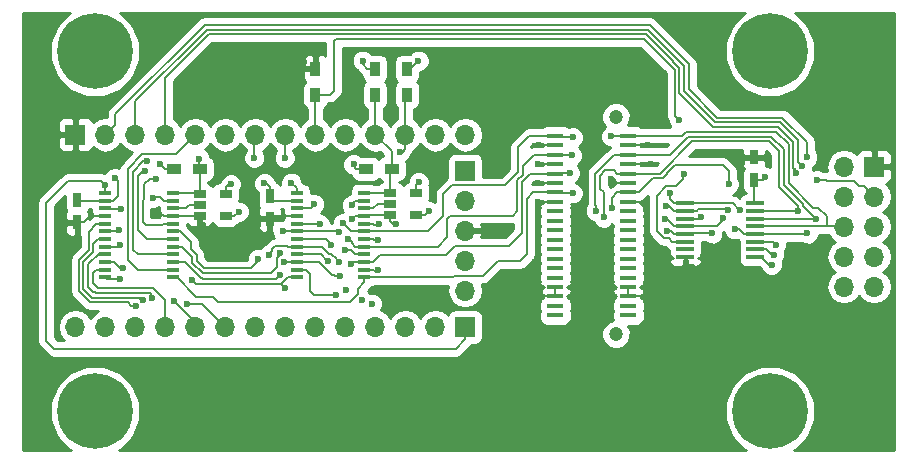
<source format=gtl>
G04 #@! TF.FileFunction,Copper,L1,Top,Signal*
%FSLAX46Y46*%
G04 Gerber Fmt 4.6, Leading zero omitted, Abs format (unit mm)*
G04 Created by KiCad (PCBNEW 4.0.7) date 12/11/17 20:33:10*
%MOMM*%
%LPD*%
G01*
G04 APERTURE LIST*
%ADD10C,0.100000*%
%ADD11C,6.400000*%
%ADD12R,1.448000X0.457000*%
%ADD13C,1.200000*%
%ADD14R,0.750000X1.200000*%
%ADD15R,1.700000X1.700000*%
%ADD16O,1.700000X1.700000*%
%ADD17R,1.200000X0.900000*%
%ADD18R,1.100000X0.400000*%
%ADD19R,1.060000X0.650000*%
%ADD20R,1.500000X0.450000*%
%ADD21R,0.900000X1.200000*%
%ADD22C,0.600000*%
%ADD23C,0.203200*%
%ADD24C,0.254000*%
G04 APERTURE END LIST*
D10*
D11*
X108150000Y-58520000D03*
X51000000Y-58520000D03*
X108150000Y-89000000D03*
X51000000Y-89000000D03*
D12*
X96162340Y-80870680D03*
X96162340Y-80070680D03*
X96162340Y-79270680D03*
X96162340Y-78470680D03*
X96162340Y-77670680D03*
X96162340Y-76870680D03*
X96163140Y-76070680D03*
X96162340Y-75270680D03*
X96162340Y-74470680D03*
X96162340Y-73670680D03*
X96162340Y-72870680D03*
X96162340Y-72070680D03*
X96162340Y-71270680D03*
X96162340Y-70470680D03*
X96162340Y-69670680D03*
X96162340Y-68870680D03*
X96162340Y-68070680D03*
X96162340Y-67270680D03*
X96162340Y-66470680D03*
X96162340Y-65670680D03*
X89990340Y-80870680D03*
X89990340Y-80070680D03*
X89990340Y-79270680D03*
X89990340Y-78470680D03*
X89990340Y-77670680D03*
X89990340Y-76870680D03*
X89990340Y-76070680D03*
X89990340Y-75270680D03*
X89990340Y-74470680D03*
X89990340Y-73670680D03*
X89990340Y-72870680D03*
X89990340Y-72070680D03*
X89990340Y-71270680D03*
X89990340Y-70470680D03*
X89990340Y-69670680D03*
X89990340Y-68870680D03*
X89990340Y-68070680D03*
X89990340Y-67270680D03*
X89990340Y-66470680D03*
X89990340Y-65670680D03*
D13*
X95108340Y-82484180D03*
X95108340Y-64057180D03*
D14*
X49499520Y-72994560D03*
X49499520Y-71094560D03*
X65793620Y-72692300D03*
X65793620Y-70792300D03*
X106827320Y-67500460D03*
X106827320Y-69400460D03*
D15*
X49339500Y-65580960D03*
D16*
X51879500Y-65580960D03*
X54419500Y-65580960D03*
X56959500Y-65580960D03*
X59499500Y-65580960D03*
X62039500Y-65580960D03*
X64579500Y-65580960D03*
X67119500Y-65580960D03*
X69659500Y-65580960D03*
X72199500Y-65580960D03*
X74739500Y-65580960D03*
X77279500Y-65580960D03*
X79819500Y-65580960D03*
X82359500Y-65580960D03*
D15*
X82359500Y-81854840D03*
D16*
X79819500Y-81854840D03*
X77279500Y-81854840D03*
X74739500Y-81854840D03*
X72199500Y-81854840D03*
X69659500Y-81854840D03*
X67119500Y-81854840D03*
X64579500Y-81854840D03*
X62039500Y-81854840D03*
X59499500Y-81854840D03*
X56959500Y-81854840D03*
X54419500Y-81854840D03*
X51879500Y-81854840D03*
X49339500Y-81854840D03*
D15*
X82336640Y-68613020D03*
D16*
X82336640Y-71153020D03*
X82336640Y-73693020D03*
X82336640Y-76233020D03*
X82336640Y-78773020D03*
D15*
X116964460Y-68275200D03*
D16*
X114424460Y-68275200D03*
X116964460Y-70815200D03*
X114424460Y-70815200D03*
X116964460Y-73355200D03*
X114424460Y-73355200D03*
X116964460Y-75895200D03*
X114424460Y-75895200D03*
X116964460Y-78435200D03*
X114424460Y-78435200D03*
D17*
X59898460Y-68491100D03*
X57698460Y-68491100D03*
X76134320Y-68470780D03*
X73934320Y-68470780D03*
D18*
X51881920Y-70514260D03*
X51881920Y-71164260D03*
X51881920Y-71814260D03*
X51881920Y-72464260D03*
X51881920Y-73114260D03*
X51881920Y-73764260D03*
X51881920Y-74414260D03*
X51881920Y-75064260D03*
X51881920Y-75714260D03*
X51881920Y-76364260D03*
X51881920Y-77014260D03*
X51881920Y-77664260D03*
X57581920Y-77664260D03*
X57581920Y-77014260D03*
X57581920Y-76364260D03*
X57581920Y-75714260D03*
X57581920Y-75064260D03*
X57581920Y-74414260D03*
X57581920Y-73764260D03*
X57581920Y-73114260D03*
X57581920Y-72464260D03*
X57581920Y-71814260D03*
X57581920Y-71164260D03*
X57581920Y-70514260D03*
X68092200Y-70514260D03*
X68092200Y-71164260D03*
X68092200Y-71814260D03*
X68092200Y-72464260D03*
X68092200Y-73114260D03*
X68092200Y-73764260D03*
X68092200Y-74414260D03*
X68092200Y-75064260D03*
X68092200Y-75714260D03*
X68092200Y-76364260D03*
X68092200Y-77014260D03*
X68092200Y-77664260D03*
X73792200Y-77664260D03*
X73792200Y-77014260D03*
X73792200Y-76364260D03*
X73792200Y-75714260D03*
X73792200Y-75064260D03*
X73792200Y-74414260D03*
X73792200Y-73764260D03*
X73792200Y-73114260D03*
X73792200Y-72464260D03*
X73792200Y-71814260D03*
X73792200Y-71164260D03*
X73792200Y-70514260D03*
D19*
X59870160Y-70576400D03*
X59870160Y-71526400D03*
X59870160Y-72476400D03*
X62070160Y-72476400D03*
X62070160Y-70576400D03*
X76014220Y-70482460D03*
X76014220Y-71432460D03*
X76014220Y-72382460D03*
X78214220Y-72382460D03*
X78214220Y-70482460D03*
D20*
X100989340Y-71390080D03*
X100989340Y-72040080D03*
X100989340Y-72690080D03*
X100989340Y-73340080D03*
X100989340Y-73990080D03*
X100989340Y-74640080D03*
X100989340Y-75290080D03*
X100989340Y-75940080D03*
X106889340Y-75940080D03*
X106889340Y-75290080D03*
X106889340Y-74640080D03*
X106889340Y-73990080D03*
X106889340Y-73340080D03*
X106889340Y-72690080D03*
X106889340Y-72040080D03*
X106889340Y-71390080D03*
D21*
X77429360Y-59999700D03*
X77429360Y-62199700D03*
X74714100Y-59999700D03*
X74714100Y-62199700D03*
X69662040Y-62199700D03*
X69662040Y-59999700D03*
D22*
X72787068Y-72707242D03*
X56390540Y-72260460D03*
X88720420Y-78927960D03*
X101521260Y-76758800D03*
X97815400Y-78973680D03*
X97646664Y-71855396D03*
X94663260Y-69372480D03*
X98044000Y-68064380D03*
X97844460Y-66470680D03*
X88521540Y-71290180D03*
X88488520Y-69662040D03*
X88487200Y-68070680D03*
X88557100Y-66466720D03*
X105789340Y-67960240D03*
X68676520Y-59390280D03*
X76448920Y-73129140D03*
X64792860Y-73253600D03*
X60131860Y-73266300D03*
X48480980Y-73243440D03*
X55892700Y-70933550D03*
X52671980Y-69245480D03*
X107769660Y-69176900D03*
X73670160Y-59319160D03*
X78392020Y-59319160D03*
X72745988Y-71552816D03*
X72892920Y-68094860D03*
X78407260Y-69618860D03*
X65338960Y-69702680D03*
X62529720Y-69758560D03*
X56491400Y-68087240D03*
X110333380Y-68839080D03*
X108666280Y-74881740D03*
X110884397Y-68259095D03*
X108493560Y-75778360D03*
X111318040Y-67485260D03*
X108297980Y-76606400D03*
X55379620Y-67843020D03*
X64485520Y-67550920D03*
X55227220Y-68661280D03*
X67066160Y-67550920D03*
X56177180Y-69290441D03*
X100449380Y-64348360D03*
X100860860Y-68900040D03*
X59832240Y-67604640D03*
X76845160Y-67017900D03*
X69570600Y-71440040D03*
X53172360Y-71831200D03*
X63186940Y-72092820D03*
X79272620Y-72057260D03*
X51831240Y-69829680D03*
X67635120Y-69653980D03*
X74429620Y-79885540D03*
X70027800Y-73141840D03*
X73591420Y-79606140D03*
X70957440Y-74911840D03*
X70701478Y-76250222D03*
X72232520Y-78757679D03*
X71368920Y-79134080D03*
X75001120Y-77062660D03*
X72146264Y-75321919D03*
X74993500Y-74462660D03*
X54452483Y-80066555D03*
X75008740Y-73162660D03*
X58826400Y-79900780D03*
X55091992Y-79585897D03*
X57731660Y-79656940D03*
X55862274Y-79369866D03*
X102318820Y-72532240D03*
X71988680Y-73052940D03*
X64772540Y-76116180D03*
X91457780Y-65811400D03*
X99293680Y-72699880D03*
X104134920Y-72664320D03*
X72669400Y-76525120D03*
X66685160Y-77424280D03*
X91231720Y-68836540D03*
X99448620Y-73720960D03*
X103263700Y-73941680D03*
X112113060Y-69448680D03*
X72463660Y-74449940D03*
X66678819Y-75622917D03*
X91386660Y-67337940D03*
X99381334Y-71586066D03*
X104622600Y-71991680D03*
X91470480Y-70533260D03*
X99659440Y-70545960D03*
X105592880Y-71953120D03*
X71662194Y-73805954D03*
X94688660Y-65725040D03*
X66895980Y-73728580D03*
X53047900Y-73642220D03*
X71650860Y-76351278D03*
X93390720Y-72011540D03*
X65722500Y-75725020D03*
X53154580Y-74891900D03*
X112036860Y-72702420D03*
X71777860Y-77554478D03*
X94076520Y-72588120D03*
X67012820Y-76349860D03*
X53398420Y-76893420D03*
X110523020Y-72044560D03*
X67119500Y-78559660D03*
X94757240Y-71770240D03*
X53149500Y-77769720D03*
X59235340Y-77901800D03*
X104675940Y-69768720D03*
X105161080Y-73588880D03*
X111328200Y-73941680D03*
D23*
X76014220Y-72382460D02*
X73874000Y-72382460D01*
X73874000Y-72382460D02*
X73792200Y-72464260D01*
X57581920Y-72464260D02*
X59858020Y-72464260D01*
X59858020Y-72464260D02*
X59870160Y-72476400D01*
X73039000Y-72464260D02*
X72787068Y-72707242D01*
X72793220Y-72710040D02*
X72789866Y-72710040D01*
X72789866Y-72710040D02*
X72787068Y-72707242D01*
X73792200Y-72464260D02*
X73039000Y-72464260D01*
X56624920Y-72260460D02*
X56390540Y-72260460D01*
X57581920Y-72464260D02*
X56828720Y-72464260D01*
X56828720Y-72464260D02*
X56624920Y-72260460D01*
X89990340Y-79270680D02*
X89063140Y-79270680D01*
X89063140Y-79270680D02*
X88720420Y-78927960D01*
X89990340Y-78470680D02*
X89990340Y-79270680D01*
X101390020Y-76768960D02*
X101511100Y-76768960D01*
X101511100Y-76768960D02*
X101521260Y-76758800D01*
X100989340Y-75940080D02*
X100989340Y-76368280D01*
X100989340Y-76368280D02*
X101390020Y-76768960D01*
X97518400Y-79270680D02*
X97815400Y-78973680D01*
X96162340Y-79270680D02*
X97518400Y-79270680D01*
X96162340Y-78470680D02*
X96162340Y-79270680D01*
X97089540Y-71270680D02*
X97646664Y-71855396D01*
X97660460Y-71841600D02*
X97646664Y-71855396D01*
X96162340Y-71270680D02*
X97089540Y-71270680D01*
X94936940Y-69372480D02*
X94663260Y-69372480D01*
X96162340Y-69670680D02*
X95235140Y-69670680D01*
X95235140Y-69670680D02*
X94936940Y-69372480D01*
X97095840Y-68064380D02*
X98044000Y-68064380D01*
X96162340Y-68070680D02*
X97089540Y-68070680D01*
X97089540Y-68070680D02*
X97095840Y-68064380D01*
X96162340Y-66470680D02*
X97844460Y-66470680D01*
X89043640Y-71290180D02*
X88521540Y-71290180D01*
X89990340Y-71270680D02*
X89063140Y-71270680D01*
X89063140Y-71270680D02*
X89043640Y-71290180D01*
X89054500Y-69662040D02*
X88488520Y-69662040D01*
X89990340Y-69670680D02*
X89063140Y-69670680D01*
X89063140Y-69670680D02*
X89054500Y-69662040D01*
X89990340Y-68070680D02*
X88487200Y-68070680D01*
X89059180Y-66466720D02*
X88557100Y-66466720D01*
X89990340Y-66470680D02*
X89063140Y-66470680D01*
X89063140Y-66470680D02*
X89059180Y-66466720D01*
X106827320Y-67500460D02*
X106249120Y-67500460D01*
X106249120Y-67500460D02*
X105789340Y-67960240D01*
X68676520Y-59667380D02*
X68676520Y-59390280D01*
X69662040Y-59999700D02*
X69008840Y-59999700D01*
X69008840Y-59999700D02*
X68676520Y-59667380D01*
X76232700Y-73129140D02*
X76448920Y-73129140D01*
X76014220Y-72382460D02*
X76014220Y-72910660D01*
X76014220Y-72910660D02*
X76232700Y-73129140D01*
X64792860Y-73114860D02*
X64792860Y-73253600D01*
X65793620Y-72692300D02*
X65215420Y-72692300D01*
X65215420Y-72692300D02*
X64792860Y-73114860D01*
X68092200Y-72464260D02*
X66021660Y-72464260D01*
X66021660Y-72464260D02*
X65793620Y-72692300D01*
X59870160Y-72476400D02*
X59870160Y-73004600D01*
X59870160Y-73004600D02*
X60131860Y-73266300D01*
X48672440Y-73243440D02*
X48480980Y-73243440D01*
X49499520Y-72994560D02*
X48921320Y-72994560D01*
X48921320Y-72994560D02*
X48672440Y-73243440D01*
X49499520Y-72994560D02*
X50077720Y-72994560D01*
X50077720Y-72994560D02*
X50608020Y-72464260D01*
X50608020Y-72464260D02*
X51128720Y-72464260D01*
X51128720Y-72464260D02*
X51881920Y-72464260D01*
X56484740Y-70820280D02*
X56005970Y-70820280D01*
X56005970Y-70820280D02*
X55892700Y-70933550D01*
X57581920Y-71164260D02*
X56828720Y-71164260D01*
X56828720Y-71164260D02*
X56484740Y-70820280D01*
X52933600Y-69507100D02*
X52671980Y-69245480D01*
X52933600Y-70755462D02*
X52933600Y-69507100D01*
X51881920Y-71164260D02*
X52524802Y-71164260D01*
X52524802Y-71164260D02*
X52933600Y-70755462D01*
X107546100Y-69400460D02*
X107769660Y-69176900D01*
X106827320Y-69400460D02*
X107546100Y-69400460D01*
X106827320Y-69400460D02*
X106827320Y-71328060D01*
X106827320Y-71328060D02*
X106889340Y-71390080D01*
X73670160Y-59608960D02*
X73670160Y-59319160D01*
X74714100Y-59999700D02*
X74060900Y-59999700D01*
X74060900Y-59999700D02*
X73670160Y-59608960D01*
X77429360Y-59999700D02*
X77711480Y-59999700D01*
X77711480Y-59999700D02*
X78392020Y-59319160D01*
X72758300Y-71444960D02*
X72758300Y-71540504D01*
X72758300Y-71540504D02*
X72745988Y-71552816D01*
X73792200Y-71164260D02*
X73039000Y-71164260D01*
X73039000Y-71164260D02*
X72758300Y-71444960D01*
X72892920Y-68232580D02*
X72892920Y-68094860D01*
X73934320Y-68470780D02*
X73131120Y-68470780D01*
X73131120Y-68470780D02*
X72892920Y-68232580D01*
X78214220Y-69811900D02*
X78407260Y-69618860D01*
X78214220Y-70482460D02*
X78214220Y-69811900D01*
X65507200Y-69702680D02*
X65338960Y-69702680D01*
X65793620Y-70792300D02*
X65793620Y-69989100D01*
X65793620Y-69989100D02*
X65507200Y-69702680D01*
X68092200Y-71164260D02*
X66165580Y-71164260D01*
X66165580Y-71164260D02*
X65793620Y-70792300D01*
X62359800Y-69758560D02*
X62529720Y-69758560D01*
X62070160Y-70576400D02*
X62070160Y-70048200D01*
X62070160Y-70048200D02*
X62359800Y-69758560D01*
X57698460Y-68491100D02*
X56895260Y-68491100D01*
X56895260Y-68491100D02*
X56491400Y-68087240D01*
X51881920Y-71164260D02*
X49569220Y-71164260D01*
X49569220Y-71164260D02*
X49499520Y-71094560D01*
X100479210Y-62074410D02*
X100479210Y-59923017D01*
X100479210Y-59923017D02*
X99964252Y-59408060D01*
X108854915Y-64931970D02*
X103336770Y-64931970D01*
X103336770Y-64931970D02*
X100479210Y-62074410D01*
X110134990Y-68400058D02*
X110134990Y-66212045D01*
X110134990Y-66212045D02*
X108854915Y-64931970D01*
X110333380Y-68839080D02*
X110333380Y-68598448D01*
X110333380Y-68598448D02*
X110134990Y-68400058D01*
X108432240Y-74640080D02*
X108666280Y-74874120D01*
X108666280Y-74874120D02*
X108666280Y-74881740D01*
X106889340Y-74640080D02*
X108432240Y-74640080D01*
X97636312Y-57080120D02*
X99905826Y-59349634D01*
X60615848Y-57080120D02*
X97636312Y-57080120D01*
X56951880Y-60744088D02*
X60615848Y-57080120D01*
X56959500Y-65580960D02*
X56959500Y-64378879D01*
X56959500Y-64378879D02*
X56951880Y-64371259D01*
X56951880Y-64371259D02*
X56951880Y-60744088D01*
X110884397Y-68259095D02*
X110538260Y-67912958D01*
X109306349Y-64813180D02*
X109021930Y-64528760D01*
X110538260Y-67912958D02*
X110538260Y-66024760D01*
X103503784Y-64528760D02*
X100882420Y-61907396D01*
X100882420Y-61907396D02*
X100882420Y-59756004D01*
X110538260Y-66024760D02*
X109326680Y-64813180D01*
X109326680Y-64813180D02*
X109306349Y-64813180D01*
X109021930Y-64528760D02*
X103503784Y-64528760D01*
X97803326Y-56676910D02*
X60448834Y-56676910D01*
X100882420Y-59756004D02*
X97803326Y-56676910D01*
X60448834Y-56676910D02*
X54419500Y-62706244D01*
X54419500Y-62706244D02*
X54419500Y-65580960D01*
X108330820Y-75778360D02*
X108493560Y-75778360D01*
X106889340Y-75290080D02*
X107842540Y-75290080D01*
X107842540Y-75290080D02*
X108330820Y-75778360D01*
X111318040Y-67485260D02*
X111318040Y-66234315D01*
X111318040Y-66234315D02*
X109209275Y-64125551D01*
X109209275Y-64125551D02*
X109188945Y-64125550D01*
X109188945Y-64125550D02*
X103670798Y-64125550D01*
X103670798Y-64125550D02*
X101285630Y-61740382D01*
X101285630Y-59588990D02*
X97970340Y-56273700D01*
X101285630Y-61740382D02*
X101285630Y-59588990D01*
X97970340Y-56273700D02*
X60281820Y-56273700D01*
X60281820Y-56273700D02*
X52729499Y-63826021D01*
X52729499Y-63826021D02*
X52729499Y-64730961D01*
X52729499Y-64730961D02*
X51879500Y-65580960D01*
X108073040Y-76598780D02*
X108290360Y-76598780D01*
X108290360Y-76598780D02*
X108297980Y-76606400D01*
X106889340Y-75940080D02*
X107414340Y-75940080D01*
X107414340Y-75940080D02*
X108073040Y-76598780D01*
X53802280Y-70996910D02*
X53802280Y-70876160D01*
X53802280Y-70876160D02*
X53802280Y-68463160D01*
X57581920Y-77014260D02*
X56828720Y-77014260D01*
X56828720Y-77014260D02*
X56809860Y-77033120D01*
X56809860Y-77033120D02*
X54670960Y-77033120D01*
X54670960Y-77033120D02*
X53837840Y-76200000D01*
X53837840Y-76200000D02*
X53837840Y-71342245D01*
X53837840Y-71342245D02*
X53802280Y-71306685D01*
X53802280Y-71306685D02*
X53802280Y-70876160D01*
X55024020Y-67241420D02*
X57839040Y-67241420D01*
X57839040Y-67241420D02*
X59499500Y-65580960D01*
X53802280Y-68463160D02*
X55024020Y-67241420D01*
X54205490Y-68733050D02*
X55095520Y-67843020D01*
X55095520Y-67843020D02*
X55379620Y-67843020D01*
X54205490Y-71139670D02*
X54205490Y-68733050D01*
X54241050Y-75305920D02*
X54241050Y-71175230D01*
X54241050Y-71175230D02*
X54205490Y-71139670D01*
X54649390Y-75714260D02*
X54241050Y-75305920D01*
X57581920Y-75714260D02*
X54649390Y-75714260D01*
X64485520Y-67550920D02*
X64485520Y-65674940D01*
X64485520Y-65674940D02*
X64579500Y-65580960D01*
X54648100Y-69080380D02*
X55067200Y-68661280D01*
X55067200Y-68661280D02*
X55227220Y-68661280D01*
X54648100Y-71004375D02*
X54648100Y-69080380D01*
X54644260Y-71008215D02*
X54648100Y-71004375D01*
X55434080Y-74414260D02*
X54644260Y-73624440D01*
X54644260Y-73624440D02*
X54644260Y-71008215D01*
X57581920Y-74414260D02*
X55434080Y-74414260D01*
X67066160Y-67550920D02*
X67066160Y-65634300D01*
X67066160Y-65634300D02*
X67119500Y-65580960D01*
X55186580Y-69750940D02*
X55647079Y-69290441D01*
X55647079Y-69290441D02*
X56177180Y-69290441D01*
X55186580Y-69768720D02*
X55186580Y-69750940D01*
X55186580Y-71036120D02*
X55186580Y-69768720D01*
X55047470Y-72962090D02*
X55047470Y-71175230D01*
X55047470Y-71175230D02*
X55186580Y-71036120D01*
X56694460Y-73248520D02*
X55333900Y-73248520D01*
X55333900Y-73248520D02*
X55047470Y-72962090D01*
X57581920Y-73114260D02*
X56828720Y-73114260D01*
X56828720Y-73114260D02*
X56694460Y-73248520D01*
X69662040Y-62199700D02*
X70886140Y-62199700D01*
X70886140Y-62199700D02*
X71236840Y-61849000D01*
X97469298Y-57483330D02*
X100076000Y-60090032D01*
X71236840Y-61849000D02*
X71236840Y-57680860D01*
X71236840Y-57680860D02*
X71434370Y-57483330D01*
X71434370Y-57483330D02*
X97469298Y-57483330D01*
X100076000Y-60090032D02*
X100076000Y-63974980D01*
X100076000Y-63974980D02*
X100449380Y-64348360D01*
X100812600Y-69321680D02*
X100812600Y-68948300D01*
X100812600Y-68948300D02*
X100860860Y-68900040D01*
X100189921Y-69944359D02*
X100812600Y-69321680D01*
X99353270Y-69961760D02*
X99370671Y-69944359D01*
X99370671Y-69944359D02*
X100189921Y-69944359D01*
X98582480Y-73759060D02*
X98582480Y-70732550D01*
X98582480Y-70732550D02*
X99353270Y-69961760D01*
X99145981Y-74322561D02*
X98582480Y-73759060D01*
X100989340Y-74640080D02*
X99882600Y-74640080D01*
X99882600Y-74640080D02*
X99565081Y-74322561D01*
X99565081Y-74322561D02*
X99145981Y-74322561D01*
X69659500Y-65580960D02*
X69659500Y-62202240D01*
X69659500Y-62202240D02*
X69662040Y-62199700D01*
X74739500Y-65580960D02*
X76134320Y-66975780D01*
X76134320Y-66975780D02*
X76134320Y-68470780D01*
X74739500Y-65580960D02*
X74739500Y-62225100D01*
X74739500Y-62225100D02*
X74714100Y-62199700D01*
X76014220Y-70482460D02*
X76014220Y-68590880D01*
X76014220Y-68590880D02*
X76134320Y-68470780D01*
X73792200Y-70514260D02*
X75982420Y-70514260D01*
X75982420Y-70514260D02*
X76014220Y-70482460D01*
X59832240Y-67604640D02*
X59832240Y-68424880D01*
X59832240Y-68424880D02*
X59898460Y-68491100D01*
X77044641Y-67017900D02*
X76845160Y-67017900D01*
X77279500Y-65580960D02*
X77279500Y-66783041D01*
X77279500Y-66783041D02*
X77044641Y-67017900D01*
X77279500Y-65580960D02*
X77279500Y-62349560D01*
X77279500Y-62349560D02*
X77429360Y-62199700D01*
X57581920Y-70514260D02*
X59808020Y-70514260D01*
X59808020Y-70514260D02*
X59870160Y-70576400D01*
X59870160Y-70576400D02*
X59870160Y-68519400D01*
X59870160Y-68519400D02*
X59898460Y-68491100D01*
X69328460Y-71814260D02*
X69570600Y-71572120D01*
X69570600Y-71572120D02*
X69570600Y-71440040D01*
X68092200Y-71814260D02*
X69328460Y-71814260D01*
X53172360Y-71831200D02*
X51898860Y-71831200D01*
X51898860Y-71831200D02*
X51881920Y-71814260D01*
X62070160Y-72476400D02*
X62803360Y-72476400D01*
X62803360Y-72476400D02*
X63186940Y-72092820D01*
X78214220Y-72382460D02*
X78947420Y-72382460D01*
X78947420Y-72382460D02*
X79272620Y-72057260D01*
X48694340Y-69491860D02*
X51493420Y-69491860D01*
X51493420Y-69491860D02*
X51831240Y-69829680D01*
X46860460Y-71325740D02*
X48694340Y-69491860D01*
X46860460Y-83037680D02*
X46860460Y-71325740D01*
X47551340Y-83728560D02*
X46860460Y-83037680D01*
X81538980Y-83728560D02*
X47551340Y-83728560D01*
X82359500Y-81854840D02*
X82359500Y-82908040D01*
X82359500Y-82908040D02*
X81538980Y-83728560D01*
X51831240Y-69829680D02*
X51831240Y-70463580D01*
X51831240Y-70463580D02*
X51881920Y-70514260D01*
X68092200Y-70514260D02*
X68092200Y-70111060D01*
X68092200Y-70111060D02*
X67635120Y-69653980D01*
X68845760Y-73113900D02*
X69999860Y-73113900D01*
X69999860Y-73113900D02*
X70027800Y-73141840D01*
X68092200Y-73114260D02*
X68845400Y-73114260D01*
X68845400Y-73114260D02*
X68845760Y-73113900D01*
X70573780Y-74414260D02*
X70957440Y-74797920D01*
X70957440Y-74797920D02*
X70957440Y-74911840D01*
X68845400Y-74414260D02*
X70573780Y-74414260D01*
X68092200Y-74414260D02*
X68845400Y-74414260D01*
X68092200Y-74414260D02*
X68501380Y-74414260D01*
X68501380Y-74414260D02*
X68580240Y-74493120D01*
X70126260Y-75714260D02*
X70662222Y-76250222D01*
X70662222Y-76250222D02*
X70701478Y-76250222D01*
X70100860Y-75714260D02*
X70126260Y-75714260D01*
X68092200Y-75714260D02*
X70100860Y-75714260D01*
X71368920Y-79134080D02*
X69558280Y-79134080D01*
X69558280Y-79134080D02*
X69232780Y-78808580D01*
X69232780Y-77401640D02*
X69232780Y-78808580D01*
X68092200Y-77014260D02*
X68845400Y-77014260D01*
X68845400Y-77014260D02*
X69232780Y-77401640D01*
X74686180Y-77155040D02*
X74908740Y-77155040D01*
X74908740Y-77155040D02*
X75001120Y-77062660D01*
X73792200Y-77014260D02*
X74545400Y-77014260D01*
X74545400Y-77014260D02*
X74686180Y-77155040D01*
X72645900Y-75321160D02*
X72147023Y-75321160D01*
X72147023Y-75321160D02*
X72146264Y-75321919D01*
X73792200Y-75714260D02*
X73039000Y-75714260D01*
X73039000Y-75714260D02*
X72645900Y-75321160D01*
X74616640Y-74485500D02*
X74970660Y-74485500D01*
X74970660Y-74485500D02*
X74993500Y-74462660D01*
X73792200Y-74414260D02*
X74545400Y-74414260D01*
X74545400Y-74414260D02*
X74616640Y-74485500D01*
X53790170Y-79776910D02*
X54079815Y-80066555D01*
X54079815Y-80066555D02*
X54452483Y-80066555D01*
X50740915Y-79776910D02*
X53790170Y-79776910D01*
X49615770Y-76197078D02*
X49615770Y-78838460D01*
X49615770Y-78838460D02*
X50554220Y-79776910D01*
X50554220Y-79776910D02*
X50740915Y-79776910D01*
X50455210Y-74627863D02*
X50455210Y-75357640D01*
X50455210Y-75357640D02*
X49615770Y-76197078D01*
X51881920Y-73114260D02*
X51128720Y-73114260D01*
X51128720Y-73114260D02*
X50455210Y-73787770D01*
X50455210Y-73787770D02*
X50455210Y-74627863D01*
X74649180Y-73218040D02*
X74953360Y-73218040D01*
X74953360Y-73218040D02*
X75008740Y-73162660D01*
X73792200Y-73114260D02*
X74545400Y-73114260D01*
X74545400Y-73114260D02*
X74649180Y-73218040D01*
X58826400Y-79900780D02*
X60085440Y-79900780D01*
X60085440Y-79900780D02*
X62039500Y-81854840D01*
X54761100Y-79373700D02*
X54973297Y-79585897D01*
X54973297Y-79585897D02*
X55091992Y-79585897D01*
X50907930Y-79373700D02*
X54761100Y-79373700D01*
X50018980Y-76364093D02*
X50018980Y-78671445D01*
X50018980Y-78671445D02*
X50721235Y-79373700D01*
X50721235Y-79373700D02*
X50907930Y-79373700D01*
X50858420Y-75524654D02*
X50018980Y-76364093D01*
X51881920Y-74414260D02*
X51239038Y-74414260D01*
X51239038Y-74414260D02*
X50858420Y-74794878D01*
X50858420Y-74794878D02*
X50858420Y-75524654D01*
X57731660Y-79656940D02*
X59499500Y-81424780D01*
X59499500Y-81424780D02*
X59499500Y-81854840D01*
X55620270Y-78970490D02*
X55862274Y-79212494D01*
X55862274Y-79212494D02*
X55862274Y-79369866D01*
X51074945Y-78970490D02*
X55620270Y-78970490D01*
X50422190Y-78504430D02*
X50822860Y-78905100D01*
X50822860Y-78905100D02*
X51009555Y-78905100D01*
X51009555Y-78905100D02*
X51074945Y-78970490D01*
X51881920Y-75714260D02*
X51881920Y-75575040D01*
X51881920Y-75575040D02*
X51872741Y-75565861D01*
X51872741Y-75565861D02*
X51387437Y-75565861D01*
X51387437Y-75565861D02*
X50422190Y-76531108D01*
X50422190Y-76531108D02*
X50422190Y-78504430D01*
X55910480Y-78567280D02*
X56959500Y-79616300D01*
X56959500Y-79616300D02*
X56959500Y-81854840D01*
X51241960Y-78567280D02*
X55910480Y-78567280D01*
X50825400Y-78150720D02*
X51241960Y-78567280D01*
X50825400Y-77317580D02*
X50825400Y-78150720D01*
X51881920Y-77014260D02*
X51128720Y-77014260D01*
X51128720Y-77014260D02*
X50825400Y-77317580D01*
X102318820Y-72532240D02*
X102160980Y-72690080D01*
X102160980Y-72690080D02*
X100989340Y-72690080D01*
X72700000Y-73764260D02*
X71988680Y-73052940D01*
X73792200Y-73764260D02*
X72700000Y-73764260D01*
X86807690Y-66641330D02*
X87778340Y-65670680D01*
X87778340Y-65670680D02*
X89990340Y-65670680D01*
X85722460Y-69860160D02*
X86807690Y-68774930D01*
X86807690Y-68774930D02*
X86807690Y-66641330D01*
X81203800Y-69860160D02*
X85722460Y-69860160D01*
X80490060Y-70573900D02*
X81203800Y-69860160D01*
X80490060Y-72464935D02*
X80490060Y-70573900D01*
X73792200Y-73764260D02*
X79190735Y-73764260D01*
X79190735Y-73764260D02*
X80490060Y-72464935D01*
X73736440Y-73820020D02*
X73792200Y-73764260D01*
X64759840Y-76374848D02*
X64759840Y-76128880D01*
X64759840Y-76128880D02*
X64772540Y-76116180D01*
X60267938Y-76903580D02*
X64231108Y-76903580D01*
X64231108Y-76903580D02*
X64759840Y-76374848D01*
X59610610Y-76246252D02*
X60267938Y-76903580D01*
X59610610Y-75769525D02*
X59610610Y-76246252D01*
X59133740Y-74673198D02*
X59133740Y-75292656D01*
X59133740Y-75292656D02*
X59610610Y-75769525D01*
X57581920Y-73764260D02*
X58224802Y-73764260D01*
X58224802Y-73764260D02*
X59133740Y-74673198D01*
X91457780Y-65811400D02*
X90131060Y-65811400D01*
X90131060Y-65811400D02*
X89990340Y-65670680D01*
X99451820Y-72755760D02*
X99349560Y-72755760D01*
X99349560Y-72755760D02*
X99293680Y-72699880D01*
X100989340Y-73340080D02*
X100036140Y-73340080D01*
X100036140Y-73340080D02*
X99451820Y-72755760D01*
X104173020Y-72831960D02*
X104173020Y-72702420D01*
X104173020Y-72702420D02*
X104134920Y-72664320D01*
X103664900Y-73340080D02*
X104173020Y-72831960D01*
X100989340Y-73340080D02*
X103664900Y-73340080D01*
X87173450Y-69567410D02*
X87870180Y-68870680D01*
X87870180Y-68870680D02*
X89990340Y-68870680D01*
X87173450Y-73865090D02*
X87173450Y-69567410D01*
X81513680Y-74980800D02*
X86057740Y-74980800D01*
X86057740Y-74980800D02*
X87173450Y-73865090D01*
X80726280Y-75768200D02*
X81513680Y-74980800D01*
X75141460Y-75768200D02*
X80726280Y-75768200D01*
X73792200Y-76364260D02*
X74545400Y-76364260D01*
X74545400Y-76364260D02*
X75141460Y-75768200D01*
X72669400Y-76525120D02*
X72830260Y-76364260D01*
X72830260Y-76364260D02*
X73792200Y-76364260D01*
X66297780Y-77811660D02*
X66685160Y-77424280D01*
X60115480Y-77811660D02*
X66297780Y-77811660D01*
X59965690Y-77741780D02*
X60045600Y-77741780D01*
X60045600Y-77741780D02*
X60115480Y-77811660D01*
X57581920Y-76364260D02*
X58588170Y-76364260D01*
X58588170Y-76364260D02*
X59965690Y-77741780D01*
X91231720Y-68836540D02*
X90024480Y-68836540D01*
X90024480Y-68836540D02*
X89990340Y-68870680D01*
X99767020Y-73720960D02*
X99448620Y-73720960D01*
X100989340Y-73990080D02*
X100036140Y-73990080D01*
X100036140Y-73990080D02*
X99767020Y-73720960D01*
X103263700Y-73941680D02*
X101037740Y-73941680D01*
X101037740Y-73941680D02*
X100989340Y-73990080D01*
X112880140Y-69397880D02*
X112163860Y-69397880D01*
X112163860Y-69397880D02*
X112113060Y-69448680D01*
X113022380Y-69540120D02*
X112880140Y-69397880D01*
X115305840Y-69540120D02*
X113022380Y-69540120D01*
X115730921Y-69965201D02*
X115305840Y-69540120D01*
X116964460Y-70815200D02*
X116114461Y-69965201D01*
X116114461Y-69965201D02*
X115730921Y-69965201D01*
X72737980Y-74683620D02*
X72504300Y-74449940D01*
X72504300Y-74449940D02*
X72463660Y-74449940D01*
X72737980Y-74763240D02*
X72737980Y-74683620D01*
X73792200Y-75064260D02*
X73039000Y-75064260D01*
X73039000Y-75064260D02*
X72737980Y-74763240D01*
X73756280Y-75100180D02*
X73792200Y-75064260D01*
X73792200Y-75064260D02*
X80023060Y-75064260D01*
X80023060Y-75064260D02*
X80840580Y-74246740D01*
X86408260Y-72433180D02*
X86770240Y-72071200D01*
X88177320Y-67270680D02*
X89990340Y-67270680D01*
X80840580Y-74246740D02*
X80840580Y-72684640D01*
X80840580Y-72684640D02*
X81092040Y-72433180D01*
X87210900Y-68237100D02*
X88177320Y-67270680D01*
X81092040Y-72433180D02*
X86408260Y-72433180D01*
X86770240Y-72071200D02*
X86770240Y-69400395D01*
X86770240Y-69400395D02*
X87210900Y-68959735D01*
X87210900Y-68959735D02*
X87210900Y-68237100D01*
X73767160Y-75039220D02*
X73792200Y-75064260D01*
X66411219Y-75991341D02*
X66678819Y-75723741D01*
X66678819Y-75723741D02*
X66678819Y-75622917D01*
X66109750Y-77109320D02*
X66411219Y-76807851D01*
X66411219Y-76807851D02*
X66411219Y-75991341D01*
X65608200Y-77322680D02*
X65874900Y-77322680D01*
X65874900Y-77322680D02*
X66088260Y-77109320D01*
X66088260Y-77109320D02*
X66109750Y-77109320D01*
X64216280Y-77322680D02*
X65608200Y-77322680D01*
X60116814Y-77322680D02*
X64216280Y-77322680D01*
X59207400Y-76413266D02*
X60116814Y-77322680D01*
X57581920Y-75064260D02*
X58335120Y-75064260D01*
X58335120Y-75064260D02*
X59207400Y-75936540D01*
X59207400Y-75936540D02*
X59207400Y-76413266D01*
X91386660Y-67337940D02*
X90057600Y-67337940D01*
X90057600Y-67337940D02*
X89990340Y-67270680D01*
X99570720Y-71574660D02*
X99392740Y-71574660D01*
X99392740Y-71574660D02*
X99381334Y-71586066D01*
X100989340Y-72040080D02*
X100036140Y-72040080D01*
X100036140Y-72040080D02*
X99570720Y-71574660D01*
X102077760Y-71904860D02*
X104535780Y-71904860D01*
X104535780Y-71904860D02*
X104622600Y-71991680D01*
X100989340Y-72040080D02*
X101942540Y-72040080D01*
X101942540Y-72040080D02*
X102077760Y-71904860D01*
X73792200Y-77664260D02*
X73792200Y-78082020D01*
X60982860Y-79308960D02*
X59576620Y-79308960D01*
X73792200Y-78082020D02*
X73256140Y-78618080D01*
X73256140Y-78618080D02*
X73256140Y-79065120D01*
X73256140Y-79065120D02*
X72585580Y-79735680D01*
X72585580Y-79735680D02*
X61409580Y-79735680D01*
X57931920Y-77664260D02*
X57581920Y-77664260D01*
X61409580Y-79735680D02*
X60982860Y-79308960D01*
X59576620Y-79308960D02*
X57931920Y-77664260D01*
X87576660Y-71000620D02*
X88106600Y-70470680D01*
X88106600Y-70470680D02*
X89990340Y-70470680D01*
X87576660Y-75692000D02*
X87576660Y-71000620D01*
X86961980Y-76306680D02*
X87576660Y-75692000D01*
X85087460Y-76306680D02*
X86961980Y-76306680D01*
X83880960Y-77513180D02*
X85087460Y-76306680D01*
X81485740Y-77513180D02*
X83880960Y-77513180D01*
X81334660Y-77664260D02*
X81485740Y-77513180D01*
X73792200Y-77664260D02*
X81334660Y-77664260D01*
X91470480Y-70533260D02*
X90052920Y-70533260D01*
X90052920Y-70533260D02*
X89990340Y-70470680D01*
X99687380Y-71041320D02*
X99687380Y-70573900D01*
X99687380Y-70573900D02*
X99659440Y-70545960D01*
X100989340Y-71390080D02*
X100036140Y-71390080D01*
X100036140Y-71390080D02*
X99687380Y-71041320D01*
X104984120Y-71390080D02*
X105547160Y-71953120D01*
X105547160Y-71953120D02*
X105592880Y-71953120D01*
X100989340Y-71390080D02*
X104984120Y-71390080D01*
X96162340Y-65670680D02*
X94743020Y-65670680D01*
X94743020Y-65670680D02*
X94688660Y-65725040D01*
X68852900Y-73771760D02*
X71622920Y-73771760D01*
X68092200Y-73764260D02*
X68845400Y-73764260D01*
X68845400Y-73764260D02*
X68852900Y-73771760D01*
X66895980Y-73728580D02*
X68056520Y-73728580D01*
X68056520Y-73728580D02*
X68092200Y-73764260D01*
X52925860Y-73764260D02*
X53047900Y-73642220D01*
X51881920Y-73764260D02*
X52925860Y-73764260D01*
X112986820Y-73340080D02*
X112986820Y-72501760D01*
X112986820Y-72501760D02*
X112234980Y-71749920D01*
X109731780Y-66379060D02*
X108687900Y-65335180D01*
X101065300Y-65335180D02*
X100729800Y-65670680D01*
X112234980Y-71749920D02*
X111824764Y-71749920D01*
X108687900Y-65335180D02*
X101065300Y-65335180D01*
X111824764Y-71749920D02*
X109731780Y-69656936D01*
X100729800Y-65670680D02*
X96162340Y-65670680D01*
X109731780Y-69656936D02*
X109731780Y-66379060D01*
X112986820Y-73340080D02*
X114409340Y-73340080D01*
X106889340Y-73340080D02*
X112986820Y-73340080D01*
X114409340Y-73340080D02*
X114424460Y-73355200D01*
X71470520Y-76258420D02*
X71563378Y-76351278D01*
X71563378Y-76351278D02*
X71650860Y-76351278D01*
X71470520Y-76128894D02*
X71470520Y-76258420D01*
X70803851Y-75648621D02*
X70990247Y-75648621D01*
X70990247Y-75648621D02*
X71470520Y-76128894D01*
X68092200Y-75064260D02*
X70219490Y-75064260D01*
X70219490Y-75064260D02*
X70803851Y-75648621D01*
X93390720Y-72011540D02*
X93390720Y-71587276D01*
X93390720Y-71587276D02*
X93373590Y-71570146D01*
X93373590Y-71570146D02*
X93373590Y-68870185D01*
X93373590Y-68870185D02*
X94973095Y-67270680D01*
X94973095Y-67270680D02*
X95235140Y-67270680D01*
X95235140Y-67270680D02*
X96162340Y-67270680D01*
X66022499Y-75234521D02*
X66235704Y-75021316D01*
X66235704Y-75021316D02*
X67296056Y-75021316D01*
X67296056Y-75021316D02*
X67339000Y-75064260D01*
X67339000Y-75064260D02*
X68092200Y-75064260D01*
X65722500Y-75725020D02*
X66022499Y-75425021D01*
X66022499Y-75425021D02*
X66022499Y-75234521D01*
X52893320Y-75064260D02*
X53065680Y-74891900D01*
X53065680Y-74891900D02*
X53154580Y-74891900D01*
X51881920Y-75064260D02*
X52893320Y-75064260D01*
X112036860Y-72702420D02*
X110926230Y-71591790D01*
X110926230Y-71421610D02*
X109705140Y-70200520D01*
X108249095Y-65738390D02*
X101232314Y-65738390D01*
X110926230Y-71591790D02*
X110926230Y-71421610D01*
X109705140Y-70200520D02*
X109687360Y-70200520D01*
X97089540Y-67270680D02*
X96162340Y-67270680D01*
X109687360Y-70200520D02*
X109328570Y-69841730D01*
X109328570Y-69841730D02*
X109328570Y-66817865D01*
X101232314Y-65738390D02*
X99700024Y-67270680D01*
X109328570Y-66817865D02*
X108249095Y-65738390D01*
X99700024Y-67270680D02*
X97089540Y-67270680D01*
X107854880Y-72702420D02*
X112036860Y-72702420D01*
X106889340Y-72690080D02*
X107842540Y-72690080D01*
X107842540Y-72690080D02*
X107854880Y-72702420D01*
X68092200Y-76364260D02*
X69964725Y-76364260D01*
X69964725Y-76364260D02*
X71042524Y-77442060D01*
X71042524Y-77442060D02*
X71241178Y-77442060D01*
X71241178Y-77442060D02*
X71353596Y-77554478D01*
X71353596Y-77554478D02*
X71777860Y-77554478D01*
X93776800Y-69037200D02*
X94213219Y-68600781D01*
X94213219Y-68600781D02*
X94965241Y-68600781D01*
X94965241Y-68600781D02*
X95235140Y-68870680D01*
X95235140Y-68870680D02*
X96162340Y-68870680D01*
X93776800Y-70149720D02*
X93776800Y-69037200D01*
X94076520Y-70449440D02*
X93776800Y-70149720D01*
X94076520Y-72588120D02*
X94076520Y-70449440D01*
X68077800Y-76349860D02*
X68092200Y-76364260D01*
X67012820Y-76349860D02*
X68077800Y-76349860D01*
X53100780Y-76829920D02*
X53334920Y-76829920D01*
X53334920Y-76829920D02*
X53398420Y-76893420D01*
X51881920Y-76364260D02*
X52635120Y-76364260D01*
X52635120Y-76364260D02*
X53100780Y-76829920D01*
X108082080Y-66141600D02*
X105722420Y-66141600D01*
X105722420Y-66141600D02*
X105582720Y-66141600D01*
X101559360Y-66141600D02*
X105722420Y-66141600D01*
X98830280Y-68870680D02*
X101559360Y-66141600D01*
X96162340Y-68870680D02*
X98830280Y-68870680D01*
X108925360Y-66984880D02*
X108082080Y-66141600D01*
X108925360Y-70022636D02*
X108925360Y-66984880D01*
X110523020Y-72044560D02*
X110523020Y-71620296D01*
X110523020Y-71620296D02*
X108925360Y-70022636D01*
X107847020Y-72044560D02*
X110523020Y-72044560D01*
X106889340Y-72040080D02*
X107842540Y-72040080D01*
X107842540Y-72040080D02*
X107847020Y-72044560D01*
X66788390Y-78228550D02*
X67119500Y-78559660D01*
X66788390Y-78214870D02*
X66788390Y-78228550D01*
X94757240Y-71770240D02*
X94757240Y-70948580D01*
X94757240Y-70948580D02*
X95235140Y-70470680D01*
X95235140Y-70470680D02*
X96162340Y-70470680D01*
X53149500Y-77769720D02*
X51987380Y-77769720D01*
X51987380Y-77769720D02*
X51881920Y-77664260D01*
X59581430Y-78214870D02*
X59268360Y-77901800D01*
X59268360Y-77901800D02*
X59235340Y-77901800D01*
X66788390Y-78214870D02*
X59581430Y-78214870D01*
X68092200Y-77664260D02*
X67339000Y-77664260D01*
X67339000Y-77664260D02*
X66788390Y-78214870D01*
X104675940Y-69768720D02*
X104675940Y-69344456D01*
X104675940Y-69344456D02*
X104686100Y-69334296D01*
X104686100Y-69334296D02*
X104686100Y-68658740D01*
X100125524Y-68145660D02*
X99420680Y-68850504D01*
X104686100Y-68658740D02*
X104173020Y-68145660D01*
X97089540Y-70470680D02*
X96162340Y-70470680D01*
X104173020Y-68145660D02*
X100125524Y-68145660D01*
X99420680Y-68850504D02*
X99420680Y-68925440D01*
X99420680Y-68925440D02*
X99072230Y-69273890D01*
X99072230Y-69273890D02*
X98286330Y-69273890D01*
X98286330Y-69273890D02*
X97089540Y-70470680D01*
X105534940Y-73588880D02*
X105161080Y-73588880D01*
X106889340Y-73990080D02*
X105936140Y-73990080D01*
X105936140Y-73990080D02*
X105534940Y-73588880D01*
X111168180Y-74015600D02*
X111242100Y-73941680D01*
X111242100Y-73941680D02*
X111328200Y-73941680D01*
X107868060Y-74015600D02*
X111168180Y-74015600D01*
X106889340Y-73990080D02*
X107842540Y-73990080D01*
X107842540Y-73990080D02*
X107868060Y-74015600D01*
X58703640Y-71814260D02*
X58991500Y-71526400D01*
X58991500Y-71526400D02*
X59870160Y-71526400D01*
X57581920Y-71814260D02*
X58703640Y-71814260D01*
X73792200Y-71814260D02*
X74545400Y-71814260D01*
X74545400Y-71814260D02*
X74927200Y-71432460D01*
X74927200Y-71432460D02*
X75281020Y-71432460D01*
X75281020Y-71432460D02*
X76014220Y-71432460D01*
D24*
G36*
X48830485Y-55266950D02*
X47750741Y-56344811D01*
X47165667Y-57753825D01*
X47164336Y-59279482D01*
X47746950Y-60689515D01*
X48824811Y-61769259D01*
X50233825Y-62354333D01*
X51759482Y-62355664D01*
X53169515Y-61773050D01*
X54249259Y-60695189D01*
X54834333Y-59286175D01*
X54835664Y-57760518D01*
X54253050Y-56350485D01*
X53175189Y-55270741D01*
X53103228Y-55240860D01*
X106043628Y-55240860D01*
X105980485Y-55266950D01*
X104900741Y-56344811D01*
X104315667Y-57753825D01*
X104314336Y-59279482D01*
X104896950Y-60689515D01*
X105974811Y-61769259D01*
X107383825Y-62354333D01*
X108909482Y-62355664D01*
X110319515Y-61773050D01*
X111399259Y-60695189D01*
X111984333Y-59286175D01*
X111985664Y-57760518D01*
X111403050Y-56350485D01*
X110325189Y-55270741D01*
X110253228Y-55240860D01*
X118690720Y-55240860D01*
X118690720Y-92315360D01*
X110168713Y-92315360D01*
X110319515Y-92253050D01*
X111399259Y-91175189D01*
X111984333Y-89766175D01*
X111985664Y-88240518D01*
X111403050Y-86830485D01*
X110325189Y-85750741D01*
X108916175Y-85165667D01*
X107390518Y-85164336D01*
X105980485Y-85746950D01*
X104900741Y-86824811D01*
X104315667Y-88233825D01*
X104314336Y-89759482D01*
X104896950Y-91169515D01*
X105974811Y-92249259D01*
X106134000Y-92315360D01*
X53018713Y-92315360D01*
X53169515Y-92253050D01*
X54249259Y-91175189D01*
X54834333Y-89766175D01*
X54835664Y-88240518D01*
X54253050Y-86830485D01*
X53175189Y-85750741D01*
X51766175Y-85165667D01*
X50240518Y-85164336D01*
X48830485Y-85746950D01*
X47750741Y-86824811D01*
X47165667Y-88233825D01*
X47164336Y-89759482D01*
X47746950Y-91169515D01*
X48824811Y-92249259D01*
X48984000Y-92315360D01*
X44938620Y-92315360D01*
X44938620Y-71325740D01*
X46123860Y-71325740D01*
X46123860Y-83037680D01*
X46179930Y-83319565D01*
X46339605Y-83558535D01*
X47030485Y-84249415D01*
X47269455Y-84409090D01*
X47551340Y-84465160D01*
X81538980Y-84465160D01*
X81820865Y-84409090D01*
X82059835Y-84249415D01*
X82880355Y-83428895D01*
X82931548Y-83352280D01*
X83209500Y-83352280D01*
X83444817Y-83308002D01*
X83660941Y-83168930D01*
X83805931Y-82956730D01*
X83856940Y-82704840D01*
X83856940Y-81004840D01*
X83812662Y-80769523D01*
X83673590Y-80553399D01*
X83461390Y-80408409D01*
X83209500Y-80357400D01*
X81509500Y-80357400D01*
X81274183Y-80401678D01*
X81058059Y-80540750D01*
X80913069Y-80752950D01*
X80899414Y-80820381D01*
X80869554Y-80775693D01*
X80387785Y-80453786D01*
X79819500Y-80340747D01*
X79251215Y-80453786D01*
X78769446Y-80775693D01*
X78549500Y-81104866D01*
X78329554Y-80775693D01*
X77847785Y-80453786D01*
X77279500Y-80340747D01*
X76711215Y-80453786D01*
X76229446Y-80775693D01*
X76009500Y-81104866D01*
X75789554Y-80775693D01*
X75307785Y-80453786D01*
X75204423Y-80433226D01*
X75221812Y-80415867D01*
X75364458Y-80072339D01*
X75364782Y-79700373D01*
X75222737Y-79356597D01*
X74959947Y-79093348D01*
X74616419Y-78950702D01*
X74257951Y-78950390D01*
X74121747Y-78813948D01*
X74107781Y-78808149D01*
X74313055Y-78602875D01*
X74378546Y-78504861D01*
X74577517Y-78467422D01*
X74680957Y-78400860D01*
X80896574Y-78400860D01*
X80822547Y-78773020D01*
X80935586Y-79341305D01*
X81257493Y-79823074D01*
X81739262Y-80144981D01*
X82307547Y-80258020D01*
X82365733Y-80258020D01*
X82934018Y-80144981D01*
X83415787Y-79823074D01*
X83737694Y-79341305D01*
X83850733Y-78773020D01*
X83746654Y-78249780D01*
X83880960Y-78249780D01*
X84162845Y-78193710D01*
X84401815Y-78034035D01*
X85392570Y-77043280D01*
X86961980Y-77043280D01*
X87243865Y-76987210D01*
X87482835Y-76827535D01*
X88097515Y-76212855D01*
X88131148Y-76162520D01*
X88257190Y-75973885D01*
X88313260Y-75692000D01*
X88313260Y-71305730D01*
X88411710Y-71207280D01*
X88885173Y-71207280D01*
X88979833Y-71271958D01*
X88814899Y-71378090D01*
X88810225Y-71384930D01*
X88790090Y-71384930D01*
X88631340Y-71543680D01*
X88631340Y-71625490D01*
X88652457Y-71676471D01*
X88618900Y-71842180D01*
X88618900Y-72299180D01*
X88652355Y-72476976D01*
X88618900Y-72642180D01*
X88618900Y-73099180D01*
X88652355Y-73276976D01*
X88618900Y-73442180D01*
X88618900Y-73899180D01*
X88652355Y-74076976D01*
X88618900Y-74242180D01*
X88618900Y-74699180D01*
X88652355Y-74876976D01*
X88618900Y-75042180D01*
X88618900Y-75499180D01*
X88652355Y-75676976D01*
X88618900Y-75842180D01*
X88618900Y-76299180D01*
X88652355Y-76476976D01*
X88618900Y-76642180D01*
X88618900Y-77099180D01*
X88652355Y-77276976D01*
X88618900Y-77442180D01*
X88618900Y-77899180D01*
X88650823Y-78068835D01*
X88631340Y-78115870D01*
X88631340Y-78197680D01*
X88790090Y-78356430D01*
X88810752Y-78356430D01*
X88981271Y-78472941D01*
X88906642Y-78503853D01*
X88825565Y-78584930D01*
X88790090Y-78584930D01*
X88631340Y-78743680D01*
X88631340Y-78825490D01*
X88650058Y-78870680D01*
X88631340Y-78915870D01*
X88631340Y-78997680D01*
X88790090Y-79156430D01*
X88825565Y-79156430D01*
X88906642Y-79237507D01*
X88983742Y-79269443D01*
X88814899Y-79378090D01*
X88810225Y-79384930D01*
X88790090Y-79384930D01*
X88631340Y-79543680D01*
X88631340Y-79625490D01*
X88652457Y-79676471D01*
X88618900Y-79842180D01*
X88618900Y-80299180D01*
X88652355Y-80476976D01*
X88618900Y-80642180D01*
X88618900Y-81099180D01*
X88663178Y-81334497D01*
X88802250Y-81550621D01*
X89014450Y-81695611D01*
X89266340Y-81746620D01*
X90714340Y-81746620D01*
X90949657Y-81702342D01*
X91165781Y-81563270D01*
X91310771Y-81351070D01*
X91361780Y-81099180D01*
X91361780Y-80642180D01*
X91328325Y-80464384D01*
X91361780Y-80299180D01*
X91361780Y-79842180D01*
X91329857Y-79672525D01*
X91349340Y-79625490D01*
X91349340Y-79543680D01*
X91190590Y-79384930D01*
X91169928Y-79384930D01*
X90999409Y-79268419D01*
X91074038Y-79237507D01*
X91155115Y-79156430D01*
X91190590Y-79156430D01*
X91349340Y-78997680D01*
X91349340Y-78915870D01*
X91330622Y-78870680D01*
X91349340Y-78825490D01*
X91349340Y-78743680D01*
X91190590Y-78584930D01*
X91155115Y-78584930D01*
X91074038Y-78503853D01*
X90996938Y-78471917D01*
X91165781Y-78363270D01*
X91170455Y-78356430D01*
X91190590Y-78356430D01*
X91349340Y-78197680D01*
X91349340Y-78115870D01*
X91328223Y-78064889D01*
X91361780Y-77899180D01*
X91361780Y-77442180D01*
X91328325Y-77264384D01*
X91361780Y-77099180D01*
X91361780Y-76642180D01*
X91328325Y-76464384D01*
X91361780Y-76299180D01*
X91361780Y-75842180D01*
X91328325Y-75664384D01*
X91361780Y-75499180D01*
X91361780Y-75042180D01*
X91328325Y-74864384D01*
X91361780Y-74699180D01*
X91361780Y-74242180D01*
X91328325Y-74064384D01*
X91361780Y-73899180D01*
X91361780Y-73442180D01*
X91328325Y-73264384D01*
X91361780Y-73099180D01*
X91361780Y-72642180D01*
X91328325Y-72464384D01*
X91361780Y-72299180D01*
X91361780Y-71842180D01*
X91329857Y-71672525D01*
X91349340Y-71625490D01*
X91349340Y-71543680D01*
X91266712Y-71461052D01*
X91283681Y-71468098D01*
X91655647Y-71468422D01*
X91999423Y-71326377D01*
X92262672Y-71063587D01*
X92405318Y-70720059D01*
X92405642Y-70348093D01*
X92263597Y-70004317D01*
X92000807Y-69741068D01*
X91746547Y-69635490D01*
X91760663Y-69629657D01*
X92023912Y-69366867D01*
X92166558Y-69023339D01*
X92166882Y-68651373D01*
X92024837Y-68307597D01*
X91868170Y-68150656D01*
X91915603Y-68131057D01*
X92178852Y-67868267D01*
X92321498Y-67524739D01*
X92321822Y-67152773D01*
X92179777Y-66808997D01*
X91978886Y-66607755D01*
X91986723Y-66604517D01*
X92249972Y-66341727D01*
X92392618Y-65998199D01*
X92392942Y-65626233D01*
X92250897Y-65282457D01*
X91988107Y-65019208D01*
X91644579Y-64876562D01*
X91272613Y-64876238D01*
X91109494Y-64943637D01*
X90966230Y-64845749D01*
X90714340Y-64794740D01*
X89266340Y-64794740D01*
X89031023Y-64839018D01*
X88883292Y-64934080D01*
X87778340Y-64934080D01*
X87496455Y-64990150D01*
X87257485Y-65149825D01*
X86286835Y-66120475D01*
X86127160Y-66359445D01*
X86071090Y-66641330D01*
X86071090Y-68469820D01*
X85417350Y-69123560D01*
X83834080Y-69123560D01*
X83834080Y-67763020D01*
X83789802Y-67527703D01*
X83650730Y-67311579D01*
X83438530Y-67166589D01*
X83186640Y-67115580D01*
X81486640Y-67115580D01*
X81251323Y-67159858D01*
X81035199Y-67298930D01*
X80890209Y-67511130D01*
X80839200Y-67763020D01*
X80839200Y-69234899D01*
X80690141Y-69334497D01*
X80682945Y-69339305D01*
X79969205Y-70053045D01*
X79809530Y-70292015D01*
X79753460Y-70573900D01*
X79753460Y-71244519D01*
X79459419Y-71122422D01*
X79297652Y-71122281D01*
X79340651Y-71059350D01*
X79391660Y-70807460D01*
X79391660Y-70157460D01*
X79347382Y-69922143D01*
X79314772Y-69871466D01*
X79342098Y-69805659D01*
X79342422Y-69433693D01*
X79200377Y-69089917D01*
X78937587Y-68826668D01*
X78594059Y-68684022D01*
X78222093Y-68683698D01*
X77878317Y-68825743D01*
X77615068Y-69088533D01*
X77472422Y-69432061D01*
X77472319Y-69549892D01*
X77448903Y-69554298D01*
X77232779Y-69693370D01*
X77112987Y-69868692D01*
X77008310Y-69706019D01*
X76796110Y-69561029D01*
X76784756Y-69558730D01*
X76969637Y-69523942D01*
X77185761Y-69384870D01*
X77330751Y-69172670D01*
X77381760Y-68920780D01*
X77381760Y-68020780D01*
X77344585Y-67823213D01*
X77374103Y-67811017D01*
X77637352Y-67548227D01*
X77695103Y-67409148D01*
X77800355Y-67303896D01*
X77859947Y-67214710D01*
X77960030Y-67064926D01*
X77996255Y-66882810D01*
X78329554Y-66660107D01*
X78549500Y-66330934D01*
X78769446Y-66660107D01*
X79251215Y-66982014D01*
X79819500Y-67095053D01*
X80387785Y-66982014D01*
X80869554Y-66660107D01*
X81089500Y-66330934D01*
X81309446Y-66660107D01*
X81791215Y-66982014D01*
X82359500Y-67095053D01*
X82927785Y-66982014D01*
X83409554Y-66660107D01*
X83731461Y-66178338D01*
X83844500Y-65610053D01*
X83844500Y-65551867D01*
X83731461Y-64983582D01*
X83409554Y-64501813D01*
X82927785Y-64179906D01*
X82359500Y-64066867D01*
X81791215Y-64179906D01*
X81309446Y-64501813D01*
X81089500Y-64830986D01*
X80869554Y-64501813D01*
X80387785Y-64179906D01*
X79819500Y-64066867D01*
X79251215Y-64179906D01*
X78769446Y-64501813D01*
X78549500Y-64830986D01*
X78329554Y-64501813D01*
X78016100Y-64292370D01*
X78016100Y-63421411D01*
X78114677Y-63402862D01*
X78330801Y-63263790D01*
X78475791Y-63051590D01*
X78526800Y-62799700D01*
X78526800Y-61599700D01*
X78482522Y-61364383D01*
X78343450Y-61148259D01*
X78273649Y-61100566D01*
X78330801Y-61063790D01*
X78475791Y-60851590D01*
X78526800Y-60599700D01*
X78526800Y-60254278D01*
X78577187Y-60254322D01*
X78920963Y-60112277D01*
X79184212Y-59849487D01*
X79326858Y-59505959D01*
X79327182Y-59133993D01*
X79185137Y-58790217D01*
X78922347Y-58526968D01*
X78578819Y-58384322D01*
X78206853Y-58383998D01*
X77863077Y-58526043D01*
X77636465Y-58752260D01*
X76979360Y-58752260D01*
X76744043Y-58796538D01*
X76527919Y-58935610D01*
X76382929Y-59147810D01*
X76331920Y-59399700D01*
X76331920Y-60599700D01*
X76376198Y-60835017D01*
X76515270Y-61051141D01*
X76585071Y-61098834D01*
X76527919Y-61135610D01*
X76382929Y-61347810D01*
X76331920Y-61599700D01*
X76331920Y-62799700D01*
X76376198Y-63035017D01*
X76515270Y-63251141D01*
X76542900Y-63270020D01*
X76542900Y-64292370D01*
X76229446Y-64501813D01*
X76009500Y-64830986D01*
X75789554Y-64501813D01*
X75476100Y-64292370D01*
X75476100Y-63353518D01*
X75615541Y-63263790D01*
X75760531Y-63051590D01*
X75811540Y-62799700D01*
X75811540Y-61599700D01*
X75767262Y-61364383D01*
X75628190Y-61148259D01*
X75558389Y-61100566D01*
X75615541Y-61063790D01*
X75760531Y-60851590D01*
X75811540Y-60599700D01*
X75811540Y-59399700D01*
X75767262Y-59164383D01*
X75628190Y-58948259D01*
X75415990Y-58803269D01*
X75164100Y-58752260D01*
X74425386Y-58752260D01*
X74200487Y-58526968D01*
X73856959Y-58384322D01*
X73484993Y-58383998D01*
X73141217Y-58526043D01*
X72877968Y-58788833D01*
X72735322Y-59132361D01*
X72734998Y-59504327D01*
X72877043Y-59848103D01*
X73131170Y-60102673D01*
X73149305Y-60129815D01*
X73540045Y-60520555D01*
X73616660Y-60571748D01*
X73616660Y-60599700D01*
X73660938Y-60835017D01*
X73800010Y-61051141D01*
X73869811Y-61098834D01*
X73812659Y-61135610D01*
X73667669Y-61347810D01*
X73616660Y-61599700D01*
X73616660Y-62799700D01*
X73660938Y-63035017D01*
X73800010Y-63251141D01*
X74002900Y-63389770D01*
X74002900Y-64292370D01*
X73689446Y-64501813D01*
X73469500Y-64830986D01*
X73249554Y-64501813D01*
X72767785Y-64179906D01*
X72199500Y-64066867D01*
X71631215Y-64179906D01*
X71149446Y-64501813D01*
X70929500Y-64830986D01*
X70709554Y-64501813D01*
X70396100Y-64292370D01*
X70396100Y-63371497D01*
X70563481Y-63263790D01*
X70708471Y-63051590D01*
X70731818Y-62936300D01*
X70886140Y-62936300D01*
X71168025Y-62880230D01*
X71406995Y-62720555D01*
X71757695Y-62369855D01*
X71917370Y-62130885D01*
X71973440Y-61849000D01*
X71973440Y-58219930D01*
X97164188Y-58219930D01*
X99339400Y-60395142D01*
X99339400Y-63974980D01*
X99395470Y-64256865D01*
X99514304Y-64434712D01*
X99514218Y-64533527D01*
X99656263Y-64877303D01*
X99712941Y-64934080D01*
X97267507Y-64934080D01*
X97138230Y-64845749D01*
X96886340Y-64794740D01*
X96117571Y-64794740D01*
X96154711Y-64757665D01*
X96343125Y-64303914D01*
X96343554Y-63812601D01*
X96155932Y-63358523D01*
X95808825Y-63010809D01*
X95355074Y-62822395D01*
X94863761Y-62821966D01*
X94409683Y-63009588D01*
X94061969Y-63356695D01*
X93873555Y-63810446D01*
X93873126Y-64301759D01*
X94060748Y-64755837D01*
X94214097Y-64909454D01*
X94159717Y-64931923D01*
X93896468Y-65194713D01*
X93753822Y-65538241D01*
X93753498Y-65910207D01*
X93895543Y-66253983D01*
X94158333Y-66517232D01*
X94501861Y-66659878D01*
X94586744Y-66659952D01*
X94572488Y-66669478D01*
X94452240Y-66749825D01*
X92852735Y-68349330D01*
X92693060Y-68588300D01*
X92636990Y-68870185D01*
X92636990Y-71442818D01*
X92598528Y-71481213D01*
X92455882Y-71824741D01*
X92455558Y-72196707D01*
X92597603Y-72540483D01*
X92860393Y-72803732D01*
X93203921Y-72946378D01*
X93212881Y-72946386D01*
X93283403Y-73117063D01*
X93546193Y-73380312D01*
X93889721Y-73522958D01*
X94261687Y-73523282D01*
X94605463Y-73381237D01*
X94806257Y-73180793D01*
X94824355Y-73276976D01*
X94790900Y-73442180D01*
X94790900Y-73899180D01*
X94824355Y-74076976D01*
X94790900Y-74242180D01*
X94790900Y-74699180D01*
X94824355Y-74876976D01*
X94790900Y-75042180D01*
X94790900Y-75499180D01*
X94824740Y-75679024D01*
X94791700Y-75842180D01*
X94791700Y-76299180D01*
X94824769Y-76474928D01*
X94790900Y-76642180D01*
X94790900Y-77099180D01*
X94824355Y-77276976D01*
X94790900Y-77442180D01*
X94790900Y-77899180D01*
X94822823Y-78068835D01*
X94803340Y-78115870D01*
X94803340Y-78197680D01*
X94962090Y-78356430D01*
X94982752Y-78356430D01*
X95153271Y-78472941D01*
X95078642Y-78503853D01*
X94997565Y-78584930D01*
X94962090Y-78584930D01*
X94803340Y-78743680D01*
X94803340Y-78825490D01*
X94822058Y-78870680D01*
X94803340Y-78915870D01*
X94803340Y-78997680D01*
X94962090Y-79156430D01*
X94997565Y-79156430D01*
X95078642Y-79237507D01*
X95155742Y-79269443D01*
X94986899Y-79378090D01*
X94982225Y-79384930D01*
X94962090Y-79384930D01*
X94803340Y-79543680D01*
X94803340Y-79625490D01*
X94824457Y-79676471D01*
X94790900Y-79842180D01*
X94790900Y-80299180D01*
X94824355Y-80476976D01*
X94790900Y-80642180D01*
X94790900Y-81099180D01*
X94822307Y-81266094D01*
X94409683Y-81436588D01*
X94061969Y-81783695D01*
X93873555Y-82237446D01*
X93873126Y-82728759D01*
X94060748Y-83182837D01*
X94407855Y-83530551D01*
X94861606Y-83718965D01*
X95352919Y-83719394D01*
X95806997Y-83531772D01*
X96154711Y-83184665D01*
X96343125Y-82730914D01*
X96343554Y-82239601D01*
X96155932Y-81785523D01*
X96117097Y-81746620D01*
X96886340Y-81746620D01*
X97121657Y-81702342D01*
X97337781Y-81563270D01*
X97482771Y-81351070D01*
X97533780Y-81099180D01*
X97533780Y-80642180D01*
X97500325Y-80464384D01*
X97533780Y-80299180D01*
X97533780Y-79842180D01*
X97501857Y-79672525D01*
X97521340Y-79625490D01*
X97521340Y-79543680D01*
X97362590Y-79384930D01*
X97341928Y-79384930D01*
X97171409Y-79268419D01*
X97246038Y-79237507D01*
X97327115Y-79156430D01*
X97362590Y-79156430D01*
X97521340Y-78997680D01*
X97521340Y-78915870D01*
X97502622Y-78870680D01*
X97521340Y-78825490D01*
X97521340Y-78743680D01*
X97362590Y-78584930D01*
X97327115Y-78584930D01*
X97246038Y-78503853D01*
X97168938Y-78471917D01*
X97337781Y-78363270D01*
X97342455Y-78356430D01*
X97362590Y-78356430D01*
X97521340Y-78197680D01*
X97521340Y-78115870D01*
X97500223Y-78064889D01*
X97533780Y-77899180D01*
X97533780Y-77442180D01*
X97500325Y-77264384D01*
X97533780Y-77099180D01*
X97533780Y-76642180D01*
X97500711Y-76466432D01*
X97534580Y-76299180D01*
X97534580Y-75842180D01*
X97500740Y-75662336D01*
X97533780Y-75499180D01*
X97533780Y-75042180D01*
X97500325Y-74864384D01*
X97533780Y-74699180D01*
X97533780Y-74242180D01*
X97500325Y-74064384D01*
X97533780Y-73899180D01*
X97533780Y-73442180D01*
X97500325Y-73264384D01*
X97533780Y-73099180D01*
X97533780Y-72642180D01*
X97500325Y-72464384D01*
X97533780Y-72299180D01*
X97533780Y-71842180D01*
X97501857Y-71672525D01*
X97521340Y-71625490D01*
X97521340Y-71543680D01*
X97362590Y-71384930D01*
X97341928Y-71384930D01*
X97172847Y-71269402D01*
X97337781Y-71163270D01*
X97342026Y-71157058D01*
X97345182Y-71156430D01*
X97362590Y-71156430D01*
X97366912Y-71152108D01*
X97371425Y-71151210D01*
X97610395Y-70991535D01*
X97845880Y-70756050D01*
X97845880Y-73759060D01*
X97901950Y-74040945D01*
X98061625Y-74279915D01*
X98625126Y-74843416D01*
X98864096Y-75003091D01*
X99145981Y-75059161D01*
X99259971Y-75059161D01*
X99361745Y-75160935D01*
X99591900Y-75314720D01*
X99591900Y-75515080D01*
X99605320Y-75586403D01*
X99604340Y-75588770D01*
X99604340Y-75668830D01*
X99624652Y-75689142D01*
X99636178Y-75750397D01*
X99775250Y-75966521D01*
X99901202Y-76052580D01*
X99763090Y-76052580D01*
X99604340Y-76211330D01*
X99604340Y-76291390D01*
X99701013Y-76524779D01*
X99879642Y-76703407D01*
X100113031Y-76800080D01*
X100703590Y-76800080D01*
X100862340Y-76641330D01*
X100862340Y-76162520D01*
X101116340Y-76162520D01*
X101116340Y-76641330D01*
X101275090Y-76800080D01*
X101865649Y-76800080D01*
X102099038Y-76703407D01*
X102277667Y-76524779D01*
X102374340Y-76291390D01*
X102374340Y-76211330D01*
X102215590Y-76052580D01*
X102076699Y-76052580D01*
X102190781Y-75979170D01*
X102335771Y-75766970D01*
X102350898Y-75692272D01*
X102374340Y-75668830D01*
X102374340Y-75588770D01*
X102372673Y-75584745D01*
X102386780Y-75515080D01*
X102386780Y-75065080D01*
X102367273Y-74961409D01*
X102386780Y-74865080D01*
X102386780Y-74678280D01*
X102677878Y-74678280D01*
X102733373Y-74733872D01*
X103076901Y-74876518D01*
X103448867Y-74876842D01*
X103792643Y-74734797D01*
X104055892Y-74472007D01*
X104198538Y-74128479D01*
X104198782Y-73847908D01*
X104239580Y-73807110D01*
X104367963Y-74117823D01*
X104630753Y-74381072D01*
X104974281Y-74523718D01*
X105346247Y-74524042D01*
X105404374Y-74500024D01*
X105415285Y-74510935D01*
X105491900Y-74562128D01*
X105491900Y-74865080D01*
X105511407Y-74968751D01*
X105491900Y-75065080D01*
X105491900Y-75515080D01*
X105511407Y-75618751D01*
X105491900Y-75715080D01*
X105491900Y-76165080D01*
X105536178Y-76400397D01*
X105675250Y-76616521D01*
X105887450Y-76761511D01*
X106139340Y-76812520D01*
X107245070Y-76812520D01*
X107460482Y-77027932D01*
X107504863Y-77135343D01*
X107767653Y-77398592D01*
X108111181Y-77541238D01*
X108483147Y-77541562D01*
X108826923Y-77399517D01*
X109090172Y-77136727D01*
X109232818Y-76793199D01*
X109233142Y-76421233D01*
X109215582Y-76378735D01*
X109285752Y-76308687D01*
X109428398Y-75965159D01*
X109428722Y-75593193D01*
X109384425Y-75485985D01*
X109458472Y-75412067D01*
X109601118Y-75068539D01*
X109601394Y-74752200D01*
X110842012Y-74752200D01*
X111141401Y-74876518D01*
X111513367Y-74876842D01*
X111857143Y-74734797D01*
X112120392Y-74472007D01*
X112263038Y-74128479D01*
X112263083Y-74076680D01*
X113125767Y-74076680D01*
X113345313Y-74405254D01*
X113674486Y-74625200D01*
X113345313Y-74845146D01*
X113023406Y-75326915D01*
X112910367Y-75895200D01*
X113023406Y-76463485D01*
X113345313Y-76945254D01*
X113674486Y-77165200D01*
X113345313Y-77385146D01*
X113023406Y-77866915D01*
X112910367Y-78435200D01*
X113023406Y-79003485D01*
X113345313Y-79485254D01*
X113827082Y-79807161D01*
X114395367Y-79920200D01*
X114453553Y-79920200D01*
X115021838Y-79807161D01*
X115503607Y-79485254D01*
X115694460Y-79199622D01*
X115885313Y-79485254D01*
X116367082Y-79807161D01*
X116935367Y-79920200D01*
X116993553Y-79920200D01*
X117561838Y-79807161D01*
X118043607Y-79485254D01*
X118365514Y-79003485D01*
X118478553Y-78435200D01*
X118365514Y-77866915D01*
X118043607Y-77385146D01*
X117714434Y-77165200D01*
X118043607Y-76945254D01*
X118365514Y-76463485D01*
X118478553Y-75895200D01*
X118365514Y-75326915D01*
X118043607Y-74845146D01*
X117714434Y-74625200D01*
X118043607Y-74405254D01*
X118365514Y-73923485D01*
X118478553Y-73355200D01*
X118365514Y-72786915D01*
X118043607Y-72305146D01*
X117714434Y-72085200D01*
X118043607Y-71865254D01*
X118365514Y-71383485D01*
X118478553Y-70815200D01*
X118365514Y-70246915D01*
X118043607Y-69765146D01*
X117999683Y-69735797D01*
X118174158Y-69663527D01*
X118352787Y-69484899D01*
X118449460Y-69251510D01*
X118449460Y-68560950D01*
X118290710Y-68402200D01*
X117091460Y-68402200D01*
X117091460Y-68422200D01*
X116837460Y-68422200D01*
X116837460Y-68402200D01*
X116817460Y-68402200D01*
X116817460Y-68148200D01*
X116837460Y-68148200D01*
X116837460Y-66948950D01*
X117091460Y-66948950D01*
X117091460Y-68148200D01*
X118290710Y-68148200D01*
X118449460Y-67989450D01*
X118449460Y-67298890D01*
X118352787Y-67065501D01*
X118174158Y-66886873D01*
X117940769Y-66790200D01*
X117250210Y-66790200D01*
X117091460Y-66948950D01*
X116837460Y-66948950D01*
X116678710Y-66790200D01*
X115988151Y-66790200D01*
X115754762Y-66886873D01*
X115576133Y-67065501D01*
X115507557Y-67231058D01*
X115503607Y-67225146D01*
X115021838Y-66903239D01*
X114453553Y-66790200D01*
X114395367Y-66790200D01*
X113827082Y-66903239D01*
X113345313Y-67225146D01*
X113023406Y-67706915D01*
X112910367Y-68275200D01*
X112991572Y-68683445D01*
X112880140Y-68661280D01*
X112648171Y-68661280D01*
X112643387Y-68656488D01*
X112299859Y-68513842D01*
X111927893Y-68513518D01*
X111762836Y-68581718D01*
X111819235Y-68445894D01*
X111819371Y-68289786D01*
X111846983Y-68278377D01*
X112110232Y-68015587D01*
X112252878Y-67672059D01*
X112253202Y-67300093D01*
X112111157Y-66956317D01*
X112054640Y-66899701D01*
X112054640Y-66234315D01*
X111998570Y-65952430D01*
X111838895Y-65713460D01*
X111838892Y-65713458D01*
X109730130Y-63604696D01*
X109611299Y-63525296D01*
X109491193Y-63445035D01*
X109491174Y-63445031D01*
X109491159Y-63445021D01*
X109349506Y-63416845D01*
X109209311Y-63388951D01*
X109188981Y-63388950D01*
X109188963Y-63388954D01*
X109188945Y-63388950D01*
X103975908Y-63388950D01*
X102022230Y-61435272D01*
X102022230Y-59588990D01*
X101966160Y-59307105D01*
X101806485Y-59068135D01*
X98491195Y-55752845D01*
X98252225Y-55593170D01*
X97970340Y-55537100D01*
X60281820Y-55537100D01*
X59999935Y-55593170D01*
X59760965Y-55752845D01*
X52208644Y-63305166D01*
X52048969Y-63544136D01*
X51992899Y-63826021D01*
X51992899Y-64089423D01*
X51879500Y-64066867D01*
X51311215Y-64179906D01*
X50829446Y-64501813D01*
X50800097Y-64545737D01*
X50727827Y-64371262D01*
X50549199Y-64192633D01*
X50315810Y-64095960D01*
X49625250Y-64095960D01*
X49466500Y-64254710D01*
X49466500Y-65453960D01*
X49486500Y-65453960D01*
X49486500Y-65707960D01*
X49466500Y-65707960D01*
X49466500Y-66907210D01*
X49625250Y-67065960D01*
X50315810Y-67065960D01*
X50549199Y-66969287D01*
X50727827Y-66790658D01*
X50800097Y-66616183D01*
X50829446Y-66660107D01*
X51311215Y-66982014D01*
X51879500Y-67095053D01*
X52447785Y-66982014D01*
X52929554Y-66660107D01*
X53149500Y-66330934D01*
X53369446Y-66660107D01*
X53851215Y-66982014D01*
X54176928Y-67046802D01*
X53281425Y-67942305D01*
X53121750Y-68181275D01*
X53077918Y-68401637D01*
X52858779Y-68310642D01*
X52486813Y-68310318D01*
X52143037Y-68452363D01*
X51879788Y-68715153D01*
X51825833Y-68845092D01*
X51775305Y-68811330D01*
X51493420Y-68755260D01*
X48694340Y-68755260D01*
X48412455Y-68811330D01*
X48173485Y-68971005D01*
X46339605Y-70804885D01*
X46179930Y-71043855D01*
X46123860Y-71325740D01*
X44938620Y-71325740D01*
X44938620Y-65866710D01*
X47854500Y-65866710D01*
X47854500Y-66557269D01*
X47951173Y-66790658D01*
X48129801Y-66969287D01*
X48363190Y-67065960D01*
X49053750Y-67065960D01*
X49212500Y-66907210D01*
X49212500Y-65707960D01*
X48013250Y-65707960D01*
X47854500Y-65866710D01*
X44938620Y-65866710D01*
X44938620Y-64604651D01*
X47854500Y-64604651D01*
X47854500Y-65295210D01*
X48013250Y-65453960D01*
X49212500Y-65453960D01*
X49212500Y-64254710D01*
X49053750Y-64095960D01*
X48363190Y-64095960D01*
X48129801Y-64192633D01*
X47951173Y-64371262D01*
X47854500Y-64604651D01*
X44938620Y-64604651D01*
X44938620Y-55240860D01*
X48893628Y-55240860D01*
X48830485Y-55266950D01*
X48830485Y-55266950D01*
G37*
X48830485Y-55266950D02*
X47750741Y-56344811D01*
X47165667Y-57753825D01*
X47164336Y-59279482D01*
X47746950Y-60689515D01*
X48824811Y-61769259D01*
X50233825Y-62354333D01*
X51759482Y-62355664D01*
X53169515Y-61773050D01*
X54249259Y-60695189D01*
X54834333Y-59286175D01*
X54835664Y-57760518D01*
X54253050Y-56350485D01*
X53175189Y-55270741D01*
X53103228Y-55240860D01*
X106043628Y-55240860D01*
X105980485Y-55266950D01*
X104900741Y-56344811D01*
X104315667Y-57753825D01*
X104314336Y-59279482D01*
X104896950Y-60689515D01*
X105974811Y-61769259D01*
X107383825Y-62354333D01*
X108909482Y-62355664D01*
X110319515Y-61773050D01*
X111399259Y-60695189D01*
X111984333Y-59286175D01*
X111985664Y-57760518D01*
X111403050Y-56350485D01*
X110325189Y-55270741D01*
X110253228Y-55240860D01*
X118690720Y-55240860D01*
X118690720Y-92315360D01*
X110168713Y-92315360D01*
X110319515Y-92253050D01*
X111399259Y-91175189D01*
X111984333Y-89766175D01*
X111985664Y-88240518D01*
X111403050Y-86830485D01*
X110325189Y-85750741D01*
X108916175Y-85165667D01*
X107390518Y-85164336D01*
X105980485Y-85746950D01*
X104900741Y-86824811D01*
X104315667Y-88233825D01*
X104314336Y-89759482D01*
X104896950Y-91169515D01*
X105974811Y-92249259D01*
X106134000Y-92315360D01*
X53018713Y-92315360D01*
X53169515Y-92253050D01*
X54249259Y-91175189D01*
X54834333Y-89766175D01*
X54835664Y-88240518D01*
X54253050Y-86830485D01*
X53175189Y-85750741D01*
X51766175Y-85165667D01*
X50240518Y-85164336D01*
X48830485Y-85746950D01*
X47750741Y-86824811D01*
X47165667Y-88233825D01*
X47164336Y-89759482D01*
X47746950Y-91169515D01*
X48824811Y-92249259D01*
X48984000Y-92315360D01*
X44938620Y-92315360D01*
X44938620Y-71325740D01*
X46123860Y-71325740D01*
X46123860Y-83037680D01*
X46179930Y-83319565D01*
X46339605Y-83558535D01*
X47030485Y-84249415D01*
X47269455Y-84409090D01*
X47551340Y-84465160D01*
X81538980Y-84465160D01*
X81820865Y-84409090D01*
X82059835Y-84249415D01*
X82880355Y-83428895D01*
X82931548Y-83352280D01*
X83209500Y-83352280D01*
X83444817Y-83308002D01*
X83660941Y-83168930D01*
X83805931Y-82956730D01*
X83856940Y-82704840D01*
X83856940Y-81004840D01*
X83812662Y-80769523D01*
X83673590Y-80553399D01*
X83461390Y-80408409D01*
X83209500Y-80357400D01*
X81509500Y-80357400D01*
X81274183Y-80401678D01*
X81058059Y-80540750D01*
X80913069Y-80752950D01*
X80899414Y-80820381D01*
X80869554Y-80775693D01*
X80387785Y-80453786D01*
X79819500Y-80340747D01*
X79251215Y-80453786D01*
X78769446Y-80775693D01*
X78549500Y-81104866D01*
X78329554Y-80775693D01*
X77847785Y-80453786D01*
X77279500Y-80340747D01*
X76711215Y-80453786D01*
X76229446Y-80775693D01*
X76009500Y-81104866D01*
X75789554Y-80775693D01*
X75307785Y-80453786D01*
X75204423Y-80433226D01*
X75221812Y-80415867D01*
X75364458Y-80072339D01*
X75364782Y-79700373D01*
X75222737Y-79356597D01*
X74959947Y-79093348D01*
X74616419Y-78950702D01*
X74257951Y-78950390D01*
X74121747Y-78813948D01*
X74107781Y-78808149D01*
X74313055Y-78602875D01*
X74378546Y-78504861D01*
X74577517Y-78467422D01*
X74680957Y-78400860D01*
X80896574Y-78400860D01*
X80822547Y-78773020D01*
X80935586Y-79341305D01*
X81257493Y-79823074D01*
X81739262Y-80144981D01*
X82307547Y-80258020D01*
X82365733Y-80258020D01*
X82934018Y-80144981D01*
X83415787Y-79823074D01*
X83737694Y-79341305D01*
X83850733Y-78773020D01*
X83746654Y-78249780D01*
X83880960Y-78249780D01*
X84162845Y-78193710D01*
X84401815Y-78034035D01*
X85392570Y-77043280D01*
X86961980Y-77043280D01*
X87243865Y-76987210D01*
X87482835Y-76827535D01*
X88097515Y-76212855D01*
X88131148Y-76162520D01*
X88257190Y-75973885D01*
X88313260Y-75692000D01*
X88313260Y-71305730D01*
X88411710Y-71207280D01*
X88885173Y-71207280D01*
X88979833Y-71271958D01*
X88814899Y-71378090D01*
X88810225Y-71384930D01*
X88790090Y-71384930D01*
X88631340Y-71543680D01*
X88631340Y-71625490D01*
X88652457Y-71676471D01*
X88618900Y-71842180D01*
X88618900Y-72299180D01*
X88652355Y-72476976D01*
X88618900Y-72642180D01*
X88618900Y-73099180D01*
X88652355Y-73276976D01*
X88618900Y-73442180D01*
X88618900Y-73899180D01*
X88652355Y-74076976D01*
X88618900Y-74242180D01*
X88618900Y-74699180D01*
X88652355Y-74876976D01*
X88618900Y-75042180D01*
X88618900Y-75499180D01*
X88652355Y-75676976D01*
X88618900Y-75842180D01*
X88618900Y-76299180D01*
X88652355Y-76476976D01*
X88618900Y-76642180D01*
X88618900Y-77099180D01*
X88652355Y-77276976D01*
X88618900Y-77442180D01*
X88618900Y-77899180D01*
X88650823Y-78068835D01*
X88631340Y-78115870D01*
X88631340Y-78197680D01*
X88790090Y-78356430D01*
X88810752Y-78356430D01*
X88981271Y-78472941D01*
X88906642Y-78503853D01*
X88825565Y-78584930D01*
X88790090Y-78584930D01*
X88631340Y-78743680D01*
X88631340Y-78825490D01*
X88650058Y-78870680D01*
X88631340Y-78915870D01*
X88631340Y-78997680D01*
X88790090Y-79156430D01*
X88825565Y-79156430D01*
X88906642Y-79237507D01*
X88983742Y-79269443D01*
X88814899Y-79378090D01*
X88810225Y-79384930D01*
X88790090Y-79384930D01*
X88631340Y-79543680D01*
X88631340Y-79625490D01*
X88652457Y-79676471D01*
X88618900Y-79842180D01*
X88618900Y-80299180D01*
X88652355Y-80476976D01*
X88618900Y-80642180D01*
X88618900Y-81099180D01*
X88663178Y-81334497D01*
X88802250Y-81550621D01*
X89014450Y-81695611D01*
X89266340Y-81746620D01*
X90714340Y-81746620D01*
X90949657Y-81702342D01*
X91165781Y-81563270D01*
X91310771Y-81351070D01*
X91361780Y-81099180D01*
X91361780Y-80642180D01*
X91328325Y-80464384D01*
X91361780Y-80299180D01*
X91361780Y-79842180D01*
X91329857Y-79672525D01*
X91349340Y-79625490D01*
X91349340Y-79543680D01*
X91190590Y-79384930D01*
X91169928Y-79384930D01*
X90999409Y-79268419D01*
X91074038Y-79237507D01*
X91155115Y-79156430D01*
X91190590Y-79156430D01*
X91349340Y-78997680D01*
X91349340Y-78915870D01*
X91330622Y-78870680D01*
X91349340Y-78825490D01*
X91349340Y-78743680D01*
X91190590Y-78584930D01*
X91155115Y-78584930D01*
X91074038Y-78503853D01*
X90996938Y-78471917D01*
X91165781Y-78363270D01*
X91170455Y-78356430D01*
X91190590Y-78356430D01*
X91349340Y-78197680D01*
X91349340Y-78115870D01*
X91328223Y-78064889D01*
X91361780Y-77899180D01*
X91361780Y-77442180D01*
X91328325Y-77264384D01*
X91361780Y-77099180D01*
X91361780Y-76642180D01*
X91328325Y-76464384D01*
X91361780Y-76299180D01*
X91361780Y-75842180D01*
X91328325Y-75664384D01*
X91361780Y-75499180D01*
X91361780Y-75042180D01*
X91328325Y-74864384D01*
X91361780Y-74699180D01*
X91361780Y-74242180D01*
X91328325Y-74064384D01*
X91361780Y-73899180D01*
X91361780Y-73442180D01*
X91328325Y-73264384D01*
X91361780Y-73099180D01*
X91361780Y-72642180D01*
X91328325Y-72464384D01*
X91361780Y-72299180D01*
X91361780Y-71842180D01*
X91329857Y-71672525D01*
X91349340Y-71625490D01*
X91349340Y-71543680D01*
X91266712Y-71461052D01*
X91283681Y-71468098D01*
X91655647Y-71468422D01*
X91999423Y-71326377D01*
X92262672Y-71063587D01*
X92405318Y-70720059D01*
X92405642Y-70348093D01*
X92263597Y-70004317D01*
X92000807Y-69741068D01*
X91746547Y-69635490D01*
X91760663Y-69629657D01*
X92023912Y-69366867D01*
X92166558Y-69023339D01*
X92166882Y-68651373D01*
X92024837Y-68307597D01*
X91868170Y-68150656D01*
X91915603Y-68131057D01*
X92178852Y-67868267D01*
X92321498Y-67524739D01*
X92321822Y-67152773D01*
X92179777Y-66808997D01*
X91978886Y-66607755D01*
X91986723Y-66604517D01*
X92249972Y-66341727D01*
X92392618Y-65998199D01*
X92392942Y-65626233D01*
X92250897Y-65282457D01*
X91988107Y-65019208D01*
X91644579Y-64876562D01*
X91272613Y-64876238D01*
X91109494Y-64943637D01*
X90966230Y-64845749D01*
X90714340Y-64794740D01*
X89266340Y-64794740D01*
X89031023Y-64839018D01*
X88883292Y-64934080D01*
X87778340Y-64934080D01*
X87496455Y-64990150D01*
X87257485Y-65149825D01*
X86286835Y-66120475D01*
X86127160Y-66359445D01*
X86071090Y-66641330D01*
X86071090Y-68469820D01*
X85417350Y-69123560D01*
X83834080Y-69123560D01*
X83834080Y-67763020D01*
X83789802Y-67527703D01*
X83650730Y-67311579D01*
X83438530Y-67166589D01*
X83186640Y-67115580D01*
X81486640Y-67115580D01*
X81251323Y-67159858D01*
X81035199Y-67298930D01*
X80890209Y-67511130D01*
X80839200Y-67763020D01*
X80839200Y-69234899D01*
X80690141Y-69334497D01*
X80682945Y-69339305D01*
X79969205Y-70053045D01*
X79809530Y-70292015D01*
X79753460Y-70573900D01*
X79753460Y-71244519D01*
X79459419Y-71122422D01*
X79297652Y-71122281D01*
X79340651Y-71059350D01*
X79391660Y-70807460D01*
X79391660Y-70157460D01*
X79347382Y-69922143D01*
X79314772Y-69871466D01*
X79342098Y-69805659D01*
X79342422Y-69433693D01*
X79200377Y-69089917D01*
X78937587Y-68826668D01*
X78594059Y-68684022D01*
X78222093Y-68683698D01*
X77878317Y-68825743D01*
X77615068Y-69088533D01*
X77472422Y-69432061D01*
X77472319Y-69549892D01*
X77448903Y-69554298D01*
X77232779Y-69693370D01*
X77112987Y-69868692D01*
X77008310Y-69706019D01*
X76796110Y-69561029D01*
X76784756Y-69558730D01*
X76969637Y-69523942D01*
X77185761Y-69384870D01*
X77330751Y-69172670D01*
X77381760Y-68920780D01*
X77381760Y-68020780D01*
X77344585Y-67823213D01*
X77374103Y-67811017D01*
X77637352Y-67548227D01*
X77695103Y-67409148D01*
X77800355Y-67303896D01*
X77859947Y-67214710D01*
X77960030Y-67064926D01*
X77996255Y-66882810D01*
X78329554Y-66660107D01*
X78549500Y-66330934D01*
X78769446Y-66660107D01*
X79251215Y-66982014D01*
X79819500Y-67095053D01*
X80387785Y-66982014D01*
X80869554Y-66660107D01*
X81089500Y-66330934D01*
X81309446Y-66660107D01*
X81791215Y-66982014D01*
X82359500Y-67095053D01*
X82927785Y-66982014D01*
X83409554Y-66660107D01*
X83731461Y-66178338D01*
X83844500Y-65610053D01*
X83844500Y-65551867D01*
X83731461Y-64983582D01*
X83409554Y-64501813D01*
X82927785Y-64179906D01*
X82359500Y-64066867D01*
X81791215Y-64179906D01*
X81309446Y-64501813D01*
X81089500Y-64830986D01*
X80869554Y-64501813D01*
X80387785Y-64179906D01*
X79819500Y-64066867D01*
X79251215Y-64179906D01*
X78769446Y-64501813D01*
X78549500Y-64830986D01*
X78329554Y-64501813D01*
X78016100Y-64292370D01*
X78016100Y-63421411D01*
X78114677Y-63402862D01*
X78330801Y-63263790D01*
X78475791Y-63051590D01*
X78526800Y-62799700D01*
X78526800Y-61599700D01*
X78482522Y-61364383D01*
X78343450Y-61148259D01*
X78273649Y-61100566D01*
X78330801Y-61063790D01*
X78475791Y-60851590D01*
X78526800Y-60599700D01*
X78526800Y-60254278D01*
X78577187Y-60254322D01*
X78920963Y-60112277D01*
X79184212Y-59849487D01*
X79326858Y-59505959D01*
X79327182Y-59133993D01*
X79185137Y-58790217D01*
X78922347Y-58526968D01*
X78578819Y-58384322D01*
X78206853Y-58383998D01*
X77863077Y-58526043D01*
X77636465Y-58752260D01*
X76979360Y-58752260D01*
X76744043Y-58796538D01*
X76527919Y-58935610D01*
X76382929Y-59147810D01*
X76331920Y-59399700D01*
X76331920Y-60599700D01*
X76376198Y-60835017D01*
X76515270Y-61051141D01*
X76585071Y-61098834D01*
X76527919Y-61135610D01*
X76382929Y-61347810D01*
X76331920Y-61599700D01*
X76331920Y-62799700D01*
X76376198Y-63035017D01*
X76515270Y-63251141D01*
X76542900Y-63270020D01*
X76542900Y-64292370D01*
X76229446Y-64501813D01*
X76009500Y-64830986D01*
X75789554Y-64501813D01*
X75476100Y-64292370D01*
X75476100Y-63353518D01*
X75615541Y-63263790D01*
X75760531Y-63051590D01*
X75811540Y-62799700D01*
X75811540Y-61599700D01*
X75767262Y-61364383D01*
X75628190Y-61148259D01*
X75558389Y-61100566D01*
X75615541Y-61063790D01*
X75760531Y-60851590D01*
X75811540Y-60599700D01*
X75811540Y-59399700D01*
X75767262Y-59164383D01*
X75628190Y-58948259D01*
X75415990Y-58803269D01*
X75164100Y-58752260D01*
X74425386Y-58752260D01*
X74200487Y-58526968D01*
X73856959Y-58384322D01*
X73484993Y-58383998D01*
X73141217Y-58526043D01*
X72877968Y-58788833D01*
X72735322Y-59132361D01*
X72734998Y-59504327D01*
X72877043Y-59848103D01*
X73131170Y-60102673D01*
X73149305Y-60129815D01*
X73540045Y-60520555D01*
X73616660Y-60571748D01*
X73616660Y-60599700D01*
X73660938Y-60835017D01*
X73800010Y-61051141D01*
X73869811Y-61098834D01*
X73812659Y-61135610D01*
X73667669Y-61347810D01*
X73616660Y-61599700D01*
X73616660Y-62799700D01*
X73660938Y-63035017D01*
X73800010Y-63251141D01*
X74002900Y-63389770D01*
X74002900Y-64292370D01*
X73689446Y-64501813D01*
X73469500Y-64830986D01*
X73249554Y-64501813D01*
X72767785Y-64179906D01*
X72199500Y-64066867D01*
X71631215Y-64179906D01*
X71149446Y-64501813D01*
X70929500Y-64830986D01*
X70709554Y-64501813D01*
X70396100Y-64292370D01*
X70396100Y-63371497D01*
X70563481Y-63263790D01*
X70708471Y-63051590D01*
X70731818Y-62936300D01*
X70886140Y-62936300D01*
X71168025Y-62880230D01*
X71406995Y-62720555D01*
X71757695Y-62369855D01*
X71917370Y-62130885D01*
X71973440Y-61849000D01*
X71973440Y-58219930D01*
X97164188Y-58219930D01*
X99339400Y-60395142D01*
X99339400Y-63974980D01*
X99395470Y-64256865D01*
X99514304Y-64434712D01*
X99514218Y-64533527D01*
X99656263Y-64877303D01*
X99712941Y-64934080D01*
X97267507Y-64934080D01*
X97138230Y-64845749D01*
X96886340Y-64794740D01*
X96117571Y-64794740D01*
X96154711Y-64757665D01*
X96343125Y-64303914D01*
X96343554Y-63812601D01*
X96155932Y-63358523D01*
X95808825Y-63010809D01*
X95355074Y-62822395D01*
X94863761Y-62821966D01*
X94409683Y-63009588D01*
X94061969Y-63356695D01*
X93873555Y-63810446D01*
X93873126Y-64301759D01*
X94060748Y-64755837D01*
X94214097Y-64909454D01*
X94159717Y-64931923D01*
X93896468Y-65194713D01*
X93753822Y-65538241D01*
X93753498Y-65910207D01*
X93895543Y-66253983D01*
X94158333Y-66517232D01*
X94501861Y-66659878D01*
X94586744Y-66659952D01*
X94572488Y-66669478D01*
X94452240Y-66749825D01*
X92852735Y-68349330D01*
X92693060Y-68588300D01*
X92636990Y-68870185D01*
X92636990Y-71442818D01*
X92598528Y-71481213D01*
X92455882Y-71824741D01*
X92455558Y-72196707D01*
X92597603Y-72540483D01*
X92860393Y-72803732D01*
X93203921Y-72946378D01*
X93212881Y-72946386D01*
X93283403Y-73117063D01*
X93546193Y-73380312D01*
X93889721Y-73522958D01*
X94261687Y-73523282D01*
X94605463Y-73381237D01*
X94806257Y-73180793D01*
X94824355Y-73276976D01*
X94790900Y-73442180D01*
X94790900Y-73899180D01*
X94824355Y-74076976D01*
X94790900Y-74242180D01*
X94790900Y-74699180D01*
X94824355Y-74876976D01*
X94790900Y-75042180D01*
X94790900Y-75499180D01*
X94824740Y-75679024D01*
X94791700Y-75842180D01*
X94791700Y-76299180D01*
X94824769Y-76474928D01*
X94790900Y-76642180D01*
X94790900Y-77099180D01*
X94824355Y-77276976D01*
X94790900Y-77442180D01*
X94790900Y-77899180D01*
X94822823Y-78068835D01*
X94803340Y-78115870D01*
X94803340Y-78197680D01*
X94962090Y-78356430D01*
X94982752Y-78356430D01*
X95153271Y-78472941D01*
X95078642Y-78503853D01*
X94997565Y-78584930D01*
X94962090Y-78584930D01*
X94803340Y-78743680D01*
X94803340Y-78825490D01*
X94822058Y-78870680D01*
X94803340Y-78915870D01*
X94803340Y-78997680D01*
X94962090Y-79156430D01*
X94997565Y-79156430D01*
X95078642Y-79237507D01*
X95155742Y-79269443D01*
X94986899Y-79378090D01*
X94982225Y-79384930D01*
X94962090Y-79384930D01*
X94803340Y-79543680D01*
X94803340Y-79625490D01*
X94824457Y-79676471D01*
X94790900Y-79842180D01*
X94790900Y-80299180D01*
X94824355Y-80476976D01*
X94790900Y-80642180D01*
X94790900Y-81099180D01*
X94822307Y-81266094D01*
X94409683Y-81436588D01*
X94061969Y-81783695D01*
X93873555Y-82237446D01*
X93873126Y-82728759D01*
X94060748Y-83182837D01*
X94407855Y-83530551D01*
X94861606Y-83718965D01*
X95352919Y-83719394D01*
X95806997Y-83531772D01*
X96154711Y-83184665D01*
X96343125Y-82730914D01*
X96343554Y-82239601D01*
X96155932Y-81785523D01*
X96117097Y-81746620D01*
X96886340Y-81746620D01*
X97121657Y-81702342D01*
X97337781Y-81563270D01*
X97482771Y-81351070D01*
X97533780Y-81099180D01*
X97533780Y-80642180D01*
X97500325Y-80464384D01*
X97533780Y-80299180D01*
X97533780Y-79842180D01*
X97501857Y-79672525D01*
X97521340Y-79625490D01*
X97521340Y-79543680D01*
X97362590Y-79384930D01*
X97341928Y-79384930D01*
X97171409Y-79268419D01*
X97246038Y-79237507D01*
X97327115Y-79156430D01*
X97362590Y-79156430D01*
X97521340Y-78997680D01*
X97521340Y-78915870D01*
X97502622Y-78870680D01*
X97521340Y-78825490D01*
X97521340Y-78743680D01*
X97362590Y-78584930D01*
X97327115Y-78584930D01*
X97246038Y-78503853D01*
X97168938Y-78471917D01*
X97337781Y-78363270D01*
X97342455Y-78356430D01*
X97362590Y-78356430D01*
X97521340Y-78197680D01*
X97521340Y-78115870D01*
X97500223Y-78064889D01*
X97533780Y-77899180D01*
X97533780Y-77442180D01*
X97500325Y-77264384D01*
X97533780Y-77099180D01*
X97533780Y-76642180D01*
X97500711Y-76466432D01*
X97534580Y-76299180D01*
X97534580Y-75842180D01*
X97500740Y-75662336D01*
X97533780Y-75499180D01*
X97533780Y-75042180D01*
X97500325Y-74864384D01*
X97533780Y-74699180D01*
X97533780Y-74242180D01*
X97500325Y-74064384D01*
X97533780Y-73899180D01*
X97533780Y-73442180D01*
X97500325Y-73264384D01*
X97533780Y-73099180D01*
X97533780Y-72642180D01*
X97500325Y-72464384D01*
X97533780Y-72299180D01*
X97533780Y-71842180D01*
X97501857Y-71672525D01*
X97521340Y-71625490D01*
X97521340Y-71543680D01*
X97362590Y-71384930D01*
X97341928Y-71384930D01*
X97172847Y-71269402D01*
X97337781Y-71163270D01*
X97342026Y-71157058D01*
X97345182Y-71156430D01*
X97362590Y-71156430D01*
X97366912Y-71152108D01*
X97371425Y-71151210D01*
X97610395Y-70991535D01*
X97845880Y-70756050D01*
X97845880Y-73759060D01*
X97901950Y-74040945D01*
X98061625Y-74279915D01*
X98625126Y-74843416D01*
X98864096Y-75003091D01*
X99145981Y-75059161D01*
X99259971Y-75059161D01*
X99361745Y-75160935D01*
X99591900Y-75314720D01*
X99591900Y-75515080D01*
X99605320Y-75586403D01*
X99604340Y-75588770D01*
X99604340Y-75668830D01*
X99624652Y-75689142D01*
X99636178Y-75750397D01*
X99775250Y-75966521D01*
X99901202Y-76052580D01*
X99763090Y-76052580D01*
X99604340Y-76211330D01*
X99604340Y-76291390D01*
X99701013Y-76524779D01*
X99879642Y-76703407D01*
X100113031Y-76800080D01*
X100703590Y-76800080D01*
X100862340Y-76641330D01*
X100862340Y-76162520D01*
X101116340Y-76162520D01*
X101116340Y-76641330D01*
X101275090Y-76800080D01*
X101865649Y-76800080D01*
X102099038Y-76703407D01*
X102277667Y-76524779D01*
X102374340Y-76291390D01*
X102374340Y-76211330D01*
X102215590Y-76052580D01*
X102076699Y-76052580D01*
X102190781Y-75979170D01*
X102335771Y-75766970D01*
X102350898Y-75692272D01*
X102374340Y-75668830D01*
X102374340Y-75588770D01*
X102372673Y-75584745D01*
X102386780Y-75515080D01*
X102386780Y-75065080D01*
X102367273Y-74961409D01*
X102386780Y-74865080D01*
X102386780Y-74678280D01*
X102677878Y-74678280D01*
X102733373Y-74733872D01*
X103076901Y-74876518D01*
X103448867Y-74876842D01*
X103792643Y-74734797D01*
X104055892Y-74472007D01*
X104198538Y-74128479D01*
X104198782Y-73847908D01*
X104239580Y-73807110D01*
X104367963Y-74117823D01*
X104630753Y-74381072D01*
X104974281Y-74523718D01*
X105346247Y-74524042D01*
X105404374Y-74500024D01*
X105415285Y-74510935D01*
X105491900Y-74562128D01*
X105491900Y-74865080D01*
X105511407Y-74968751D01*
X105491900Y-75065080D01*
X105491900Y-75515080D01*
X105511407Y-75618751D01*
X105491900Y-75715080D01*
X105491900Y-76165080D01*
X105536178Y-76400397D01*
X105675250Y-76616521D01*
X105887450Y-76761511D01*
X106139340Y-76812520D01*
X107245070Y-76812520D01*
X107460482Y-77027932D01*
X107504863Y-77135343D01*
X107767653Y-77398592D01*
X108111181Y-77541238D01*
X108483147Y-77541562D01*
X108826923Y-77399517D01*
X109090172Y-77136727D01*
X109232818Y-76793199D01*
X109233142Y-76421233D01*
X109215582Y-76378735D01*
X109285752Y-76308687D01*
X109428398Y-75965159D01*
X109428722Y-75593193D01*
X109384425Y-75485985D01*
X109458472Y-75412067D01*
X109601118Y-75068539D01*
X109601394Y-74752200D01*
X110842012Y-74752200D01*
X111141401Y-74876518D01*
X111513367Y-74876842D01*
X111857143Y-74734797D01*
X112120392Y-74472007D01*
X112263038Y-74128479D01*
X112263083Y-74076680D01*
X113125767Y-74076680D01*
X113345313Y-74405254D01*
X113674486Y-74625200D01*
X113345313Y-74845146D01*
X113023406Y-75326915D01*
X112910367Y-75895200D01*
X113023406Y-76463485D01*
X113345313Y-76945254D01*
X113674486Y-77165200D01*
X113345313Y-77385146D01*
X113023406Y-77866915D01*
X112910367Y-78435200D01*
X113023406Y-79003485D01*
X113345313Y-79485254D01*
X113827082Y-79807161D01*
X114395367Y-79920200D01*
X114453553Y-79920200D01*
X115021838Y-79807161D01*
X115503607Y-79485254D01*
X115694460Y-79199622D01*
X115885313Y-79485254D01*
X116367082Y-79807161D01*
X116935367Y-79920200D01*
X116993553Y-79920200D01*
X117561838Y-79807161D01*
X118043607Y-79485254D01*
X118365514Y-79003485D01*
X118478553Y-78435200D01*
X118365514Y-77866915D01*
X118043607Y-77385146D01*
X117714434Y-77165200D01*
X118043607Y-76945254D01*
X118365514Y-76463485D01*
X118478553Y-75895200D01*
X118365514Y-75326915D01*
X118043607Y-74845146D01*
X117714434Y-74625200D01*
X118043607Y-74405254D01*
X118365514Y-73923485D01*
X118478553Y-73355200D01*
X118365514Y-72786915D01*
X118043607Y-72305146D01*
X117714434Y-72085200D01*
X118043607Y-71865254D01*
X118365514Y-71383485D01*
X118478553Y-70815200D01*
X118365514Y-70246915D01*
X118043607Y-69765146D01*
X117999683Y-69735797D01*
X118174158Y-69663527D01*
X118352787Y-69484899D01*
X118449460Y-69251510D01*
X118449460Y-68560950D01*
X118290710Y-68402200D01*
X117091460Y-68402200D01*
X117091460Y-68422200D01*
X116837460Y-68422200D01*
X116837460Y-68402200D01*
X116817460Y-68402200D01*
X116817460Y-68148200D01*
X116837460Y-68148200D01*
X116837460Y-66948950D01*
X117091460Y-66948950D01*
X117091460Y-68148200D01*
X118290710Y-68148200D01*
X118449460Y-67989450D01*
X118449460Y-67298890D01*
X118352787Y-67065501D01*
X118174158Y-66886873D01*
X117940769Y-66790200D01*
X117250210Y-66790200D01*
X117091460Y-66948950D01*
X116837460Y-66948950D01*
X116678710Y-66790200D01*
X115988151Y-66790200D01*
X115754762Y-66886873D01*
X115576133Y-67065501D01*
X115507557Y-67231058D01*
X115503607Y-67225146D01*
X115021838Y-66903239D01*
X114453553Y-66790200D01*
X114395367Y-66790200D01*
X113827082Y-66903239D01*
X113345313Y-67225146D01*
X113023406Y-67706915D01*
X112910367Y-68275200D01*
X112991572Y-68683445D01*
X112880140Y-68661280D01*
X112648171Y-68661280D01*
X112643387Y-68656488D01*
X112299859Y-68513842D01*
X111927893Y-68513518D01*
X111762836Y-68581718D01*
X111819235Y-68445894D01*
X111819371Y-68289786D01*
X111846983Y-68278377D01*
X112110232Y-68015587D01*
X112252878Y-67672059D01*
X112253202Y-67300093D01*
X112111157Y-66956317D01*
X112054640Y-66899701D01*
X112054640Y-66234315D01*
X111998570Y-65952430D01*
X111838895Y-65713460D01*
X111838892Y-65713458D01*
X109730130Y-63604696D01*
X109611299Y-63525296D01*
X109491193Y-63445035D01*
X109491174Y-63445031D01*
X109491159Y-63445021D01*
X109349506Y-63416845D01*
X109209311Y-63388951D01*
X109188981Y-63388950D01*
X109188963Y-63388954D01*
X109188945Y-63388950D01*
X103975908Y-63388950D01*
X102022230Y-61435272D01*
X102022230Y-59588990D01*
X101966160Y-59307105D01*
X101806485Y-59068135D01*
X98491195Y-55752845D01*
X98252225Y-55593170D01*
X97970340Y-55537100D01*
X60281820Y-55537100D01*
X59999935Y-55593170D01*
X59760965Y-55752845D01*
X52208644Y-63305166D01*
X52048969Y-63544136D01*
X51992899Y-63826021D01*
X51992899Y-64089423D01*
X51879500Y-64066867D01*
X51311215Y-64179906D01*
X50829446Y-64501813D01*
X50800097Y-64545737D01*
X50727827Y-64371262D01*
X50549199Y-64192633D01*
X50315810Y-64095960D01*
X49625250Y-64095960D01*
X49466500Y-64254710D01*
X49466500Y-65453960D01*
X49486500Y-65453960D01*
X49486500Y-65707960D01*
X49466500Y-65707960D01*
X49466500Y-66907210D01*
X49625250Y-67065960D01*
X50315810Y-67065960D01*
X50549199Y-66969287D01*
X50727827Y-66790658D01*
X50800097Y-66616183D01*
X50829446Y-66660107D01*
X51311215Y-66982014D01*
X51879500Y-67095053D01*
X52447785Y-66982014D01*
X52929554Y-66660107D01*
X53149500Y-66330934D01*
X53369446Y-66660107D01*
X53851215Y-66982014D01*
X54176928Y-67046802D01*
X53281425Y-67942305D01*
X53121750Y-68181275D01*
X53077918Y-68401637D01*
X52858779Y-68310642D01*
X52486813Y-68310318D01*
X52143037Y-68452363D01*
X51879788Y-68715153D01*
X51825833Y-68845092D01*
X51775305Y-68811330D01*
X51493420Y-68755260D01*
X48694340Y-68755260D01*
X48412455Y-68811330D01*
X48173485Y-68971005D01*
X46339605Y-70804885D01*
X46179930Y-71043855D01*
X46123860Y-71325740D01*
X44938620Y-71325740D01*
X44938620Y-65866710D01*
X47854500Y-65866710D01*
X47854500Y-66557269D01*
X47951173Y-66790658D01*
X48129801Y-66969287D01*
X48363190Y-67065960D01*
X49053750Y-67065960D01*
X49212500Y-66907210D01*
X49212500Y-65707960D01*
X48013250Y-65707960D01*
X47854500Y-65866710D01*
X44938620Y-65866710D01*
X44938620Y-64604651D01*
X47854500Y-64604651D01*
X47854500Y-65295210D01*
X48013250Y-65453960D01*
X49212500Y-65453960D01*
X49212500Y-64254710D01*
X49053750Y-64095960D01*
X48363190Y-64095960D01*
X48129801Y-64192633D01*
X47951173Y-64371262D01*
X47854500Y-64604651D01*
X44938620Y-64604651D01*
X44938620Y-55240860D01*
X48893628Y-55240860D01*
X48830485Y-55266950D01*
G36*
X48477080Y-71694560D02*
X48521358Y-71929877D01*
X48587849Y-72033206D01*
X48586193Y-72034862D01*
X48489520Y-72268251D01*
X48489520Y-72708810D01*
X48648270Y-72867560D01*
X49372520Y-72867560D01*
X49372520Y-72847560D01*
X49626520Y-72847560D01*
X49626520Y-72867560D01*
X49646520Y-72867560D01*
X49646520Y-73121560D01*
X49626520Y-73121560D01*
X49626520Y-74070810D01*
X49718610Y-74162900D01*
X49718610Y-75052530D01*
X49094918Y-75676221D01*
X49094915Y-75676223D01*
X48948599Y-75895200D01*
X48935240Y-75915193D01*
X48885189Y-76166820D01*
X48879170Y-76197078D01*
X48879170Y-78838460D01*
X48935240Y-79120345D01*
X49094915Y-79359315D01*
X50033365Y-80297765D01*
X50272335Y-80457440D01*
X50554220Y-80513510D01*
X51280821Y-80513510D01*
X51112576Y-80583195D01*
X50684317Y-80973482D01*
X50617202Y-81116393D01*
X50389554Y-80775693D01*
X49907785Y-80453786D01*
X49339500Y-80340747D01*
X48771215Y-80453786D01*
X48289446Y-80775693D01*
X47967539Y-81257462D01*
X47854500Y-81825747D01*
X47854500Y-81883933D01*
X47967539Y-82452218D01*
X48289446Y-82933987D01*
X48376209Y-82991960D01*
X47856450Y-82991960D01*
X47597060Y-82732570D01*
X47597060Y-73280310D01*
X48489520Y-73280310D01*
X48489520Y-73720869D01*
X48586193Y-73954258D01*
X48764821Y-74132887D01*
X48998210Y-74229560D01*
X49213770Y-74229560D01*
X49372520Y-74070810D01*
X49372520Y-73121560D01*
X48648270Y-73121560D01*
X48489520Y-73280310D01*
X47597060Y-73280310D01*
X47597060Y-71630850D01*
X48477080Y-70750830D01*
X48477080Y-71694560D01*
X48477080Y-71694560D01*
G37*
X48477080Y-71694560D02*
X48521358Y-71929877D01*
X48587849Y-72033206D01*
X48586193Y-72034862D01*
X48489520Y-72268251D01*
X48489520Y-72708810D01*
X48648270Y-72867560D01*
X49372520Y-72867560D01*
X49372520Y-72847560D01*
X49626520Y-72847560D01*
X49626520Y-72867560D01*
X49646520Y-72867560D01*
X49646520Y-73121560D01*
X49626520Y-73121560D01*
X49626520Y-74070810D01*
X49718610Y-74162900D01*
X49718610Y-75052530D01*
X49094918Y-75676221D01*
X49094915Y-75676223D01*
X48948599Y-75895200D01*
X48935240Y-75915193D01*
X48885189Y-76166820D01*
X48879170Y-76197078D01*
X48879170Y-78838460D01*
X48935240Y-79120345D01*
X49094915Y-79359315D01*
X50033365Y-80297765D01*
X50272335Y-80457440D01*
X50554220Y-80513510D01*
X51280821Y-80513510D01*
X51112576Y-80583195D01*
X50684317Y-80973482D01*
X50617202Y-81116393D01*
X50389554Y-80775693D01*
X49907785Y-80453786D01*
X49339500Y-80340747D01*
X48771215Y-80453786D01*
X48289446Y-80775693D01*
X47967539Y-81257462D01*
X47854500Y-81825747D01*
X47854500Y-81883933D01*
X47967539Y-82452218D01*
X48289446Y-82933987D01*
X48376209Y-82991960D01*
X47856450Y-82991960D01*
X47597060Y-82732570D01*
X47597060Y-73280310D01*
X48489520Y-73280310D01*
X48489520Y-73720869D01*
X48586193Y-73954258D01*
X48764821Y-74132887D01*
X48998210Y-74229560D01*
X49213770Y-74229560D01*
X49372520Y-74070810D01*
X49372520Y-73121560D01*
X48648270Y-73121560D01*
X48489520Y-73280310D01*
X47597060Y-73280310D01*
X47597060Y-71630850D01*
X48477080Y-70750830D01*
X48477080Y-71694560D01*
G36*
X52006500Y-81727840D02*
X52026500Y-81727840D01*
X52026500Y-81981840D01*
X52006500Y-81981840D01*
X52006500Y-82001840D01*
X51752500Y-82001840D01*
X51752500Y-81981840D01*
X51732500Y-81981840D01*
X51732500Y-81727840D01*
X51752500Y-81727840D01*
X51752500Y-81707840D01*
X52006500Y-81707840D01*
X52006500Y-81727840D01*
X52006500Y-81727840D01*
G37*
X52006500Y-81727840D02*
X52026500Y-81727840D01*
X52026500Y-81981840D01*
X52006500Y-81981840D01*
X52006500Y-82001840D01*
X51752500Y-82001840D01*
X51752500Y-81981840D01*
X51732500Y-81981840D01*
X51732500Y-81727840D01*
X51752500Y-81727840D01*
X51752500Y-81707840D01*
X52006500Y-81707840D01*
X52006500Y-81727840D01*
G36*
X73689446Y-66660107D02*
X74171215Y-66982014D01*
X74739500Y-67095053D01*
X75133510Y-67016680D01*
X75397720Y-67280890D01*
X75397720Y-67399043D01*
X75299003Y-67417618D01*
X75082879Y-67556690D01*
X75035186Y-67626491D01*
X74998410Y-67569339D01*
X74786210Y-67424349D01*
X74534320Y-67373340D01*
X73493796Y-67373340D01*
X73423247Y-67302668D01*
X73079719Y-67160022D01*
X72707753Y-67159698D01*
X72363977Y-67301743D01*
X72100728Y-67564533D01*
X71958082Y-67908061D01*
X71957758Y-68280027D01*
X72099803Y-68623803D01*
X72362593Y-68887052D01*
X72607289Y-68988659D01*
X72610265Y-68991635D01*
X72713147Y-69060379D01*
X72731158Y-69156097D01*
X72870230Y-69372221D01*
X73082430Y-69517211D01*
X73334320Y-69568220D01*
X74534320Y-69568220D01*
X74769637Y-69523942D01*
X74985761Y-69384870D01*
X75033454Y-69315069D01*
X75070230Y-69372221D01*
X75277620Y-69513924D01*
X75277620Y-69548895D01*
X75248903Y-69554298D01*
X75032779Y-69693370D01*
X74975186Y-69777660D01*
X74681656Y-69777660D01*
X74594090Y-69717829D01*
X74342200Y-69666820D01*
X73242200Y-69666820D01*
X73006883Y-69711098D01*
X72790759Y-69850170D01*
X72645769Y-70062370D01*
X72594760Y-70314260D01*
X72594760Y-70592212D01*
X72549980Y-70622133D01*
X72217045Y-70759699D01*
X71953796Y-71022489D01*
X71811150Y-71366017D01*
X71810826Y-71737983D01*
X71952871Y-72081759D01*
X71988988Y-72117940D01*
X71803513Y-72117778D01*
X71459737Y-72259823D01*
X71196488Y-72522613D01*
X71053842Y-72866141D01*
X71053695Y-73035160D01*
X70962894Y-73035160D01*
X70962962Y-72956673D01*
X70820917Y-72612897D01*
X70558127Y-72349648D01*
X70214599Y-72207002D01*
X70125821Y-72206925D01*
X70362792Y-71970367D01*
X70505438Y-71626839D01*
X70505762Y-71254873D01*
X70363717Y-70911097D01*
X70100927Y-70647848D01*
X69757399Y-70505202D01*
X69385433Y-70504878D01*
X69289640Y-70544459D01*
X69289640Y-70314260D01*
X69245362Y-70078943D01*
X69106290Y-69862819D01*
X68894090Y-69717829D01*
X68667698Y-69671983D01*
X68613055Y-69590205D01*
X68570214Y-69547364D01*
X68570282Y-69468813D01*
X68428237Y-69125037D01*
X68165447Y-68861788D01*
X67821919Y-68719142D01*
X67449953Y-68718818D01*
X67106177Y-68860863D01*
X66842928Y-69123653D01*
X66700282Y-69467181D01*
X66699958Y-69839147D01*
X66707137Y-69856522D01*
X66632710Y-69740859D01*
X66420510Y-69595869D01*
X66396502Y-69591007D01*
X66314475Y-69468245D01*
X66211017Y-69364787D01*
X66132077Y-69173737D01*
X65869287Y-68910488D01*
X65525759Y-68767842D01*
X65153793Y-68767518D01*
X64810017Y-68909563D01*
X64546768Y-69172353D01*
X64404122Y-69515881D01*
X64403798Y-69887847D01*
X64545843Y-70231623D01*
X64771180Y-70457354D01*
X64771180Y-71392300D01*
X64815458Y-71627617D01*
X64881949Y-71730946D01*
X64880293Y-71732602D01*
X64783620Y-71965991D01*
X64783620Y-72406550D01*
X64942370Y-72565300D01*
X65666620Y-72565300D01*
X65666620Y-72545300D01*
X65920620Y-72545300D01*
X65920620Y-72565300D01*
X66644870Y-72565300D01*
X66803620Y-72406550D01*
X66803620Y-71965991D01*
X66776642Y-71900860D01*
X66894760Y-71900860D01*
X66894760Y-72014260D01*
X66914650Y-72119965D01*
X66907200Y-72137950D01*
X66907200Y-72205510D01*
X66936204Y-72234514D01*
X66939038Y-72249577D01*
X67078110Y-72465701D01*
X67079499Y-72466650D01*
X66945769Y-72662370D01*
X66940165Y-72690045D01*
X66907200Y-72723010D01*
X66907200Y-72790570D01*
X66908451Y-72793590D01*
X66710813Y-72793418D01*
X66645836Y-72820266D01*
X66644870Y-72819300D01*
X65920620Y-72819300D01*
X65920620Y-73768550D01*
X65960909Y-73808839D01*
X65960818Y-73913747D01*
X66102863Y-74257523D01*
X66147519Y-74302257D01*
X65953819Y-74340786D01*
X65714849Y-74500461D01*
X65501644Y-74713666D01*
X65417707Y-74839286D01*
X65193557Y-74931903D01*
X64943696Y-75181328D01*
X64587373Y-75181018D01*
X64243597Y-75323063D01*
X63980348Y-75585853D01*
X63837702Y-75929381D01*
X63837495Y-76166980D01*
X60573048Y-76166980D01*
X60347210Y-75941142D01*
X60347210Y-75769524D01*
X60291140Y-75487639D01*
X60181173Y-75323063D01*
X60131465Y-75248670D01*
X60131464Y-75248669D01*
X59870340Y-74987546D01*
X59870340Y-74673198D01*
X59814270Y-74391313D01*
X59654595Y-74152343D01*
X58779360Y-73277108D01*
X58779360Y-73106844D01*
X58801833Y-73161099D01*
X58980462Y-73339727D01*
X59213851Y-73436400D01*
X59584410Y-73436400D01*
X59743160Y-73277650D01*
X59743160Y-72603400D01*
X59723160Y-72603400D01*
X59723160Y-72498840D01*
X60017160Y-72498840D01*
X60017160Y-72603400D01*
X59997160Y-72603400D01*
X59997160Y-73277650D01*
X60155910Y-73436400D01*
X60526469Y-73436400D01*
X60759858Y-73339727D01*
X60938487Y-73161099D01*
X60969248Y-73086835D01*
X61076070Y-73252841D01*
X61288270Y-73397831D01*
X61540160Y-73448840D01*
X62600160Y-73448840D01*
X62835477Y-73404562D01*
X63051601Y-73265490D01*
X63159827Y-73107096D01*
X63278351Y-73027900D01*
X63372107Y-73027982D01*
X63492951Y-72978050D01*
X64783620Y-72978050D01*
X64783620Y-73418609D01*
X64880293Y-73651998D01*
X65058921Y-73830627D01*
X65292310Y-73927300D01*
X65507870Y-73927300D01*
X65666620Y-73768550D01*
X65666620Y-72819300D01*
X64942370Y-72819300D01*
X64783620Y-72978050D01*
X63492951Y-72978050D01*
X63715883Y-72885937D01*
X63979132Y-72623147D01*
X64121778Y-72279619D01*
X64122102Y-71907653D01*
X63980057Y-71563877D01*
X63717267Y-71300628D01*
X63373739Y-71157982D01*
X63193492Y-71157825D01*
X63196591Y-71153290D01*
X63247600Y-70901400D01*
X63247600Y-70363069D01*
X63321912Y-70288887D01*
X63464558Y-69945359D01*
X63464882Y-69573393D01*
X63322837Y-69229617D01*
X63060047Y-68966368D01*
X62716519Y-68823722D01*
X62344553Y-68823398D01*
X62000777Y-68965443D01*
X61737528Y-69228233D01*
X61658786Y-69417864D01*
X61549305Y-69527345D01*
X61492066Y-69613010D01*
X61304843Y-69648238D01*
X61088719Y-69787310D01*
X60968927Y-69962632D01*
X60864250Y-69799959D01*
X60652050Y-69654969D01*
X60606760Y-69645798D01*
X60606760Y-69568162D01*
X60733777Y-69544262D01*
X60949901Y-69405190D01*
X61094891Y-69192990D01*
X61145900Y-68941100D01*
X61145900Y-68041100D01*
X61101622Y-67805783D01*
X60962550Y-67589659D01*
X60767370Y-67456298D01*
X60767402Y-67419473D01*
X60625357Y-67075697D01*
X60362567Y-66812448D01*
X60337276Y-66801946D01*
X60549554Y-66660107D01*
X60769500Y-66330934D01*
X60989446Y-66660107D01*
X61471215Y-66982014D01*
X62039500Y-67095053D01*
X62607785Y-66982014D01*
X63089554Y-66660107D01*
X63309500Y-66330934D01*
X63529446Y-66660107D01*
X63748920Y-66806754D01*
X63748920Y-66965098D01*
X63693328Y-67020593D01*
X63550682Y-67364121D01*
X63550358Y-67736087D01*
X63692403Y-68079863D01*
X63955193Y-68343112D01*
X64298721Y-68485758D01*
X64670687Y-68486082D01*
X65014463Y-68344037D01*
X65277712Y-68081247D01*
X65420358Y-67737719D01*
X65420682Y-67365753D01*
X65278637Y-67021977D01*
X65222120Y-66965361D01*
X65222120Y-66932345D01*
X65629554Y-66660107D01*
X65849500Y-66330934D01*
X66069446Y-66660107D01*
X66329560Y-66833909D01*
X66329560Y-66965098D01*
X66273968Y-67020593D01*
X66131322Y-67364121D01*
X66130998Y-67736087D01*
X66273043Y-68079863D01*
X66535833Y-68343112D01*
X66879361Y-68485758D01*
X67251327Y-68486082D01*
X67595103Y-68344037D01*
X67858352Y-68081247D01*
X68000998Y-67737719D01*
X68001322Y-67365753D01*
X67859277Y-67021977D01*
X67802760Y-66965361D01*
X67802760Y-66905190D01*
X68169554Y-66660107D01*
X68389500Y-66330934D01*
X68609446Y-66660107D01*
X69091215Y-66982014D01*
X69659500Y-67095053D01*
X70227785Y-66982014D01*
X70709554Y-66660107D01*
X70929500Y-66330934D01*
X71149446Y-66660107D01*
X71631215Y-66982014D01*
X72199500Y-67095053D01*
X72767785Y-66982014D01*
X73249554Y-66660107D01*
X73469500Y-66330934D01*
X73689446Y-66660107D01*
X73689446Y-66660107D01*
G37*
X73689446Y-66660107D02*
X74171215Y-66982014D01*
X74739500Y-67095053D01*
X75133510Y-67016680D01*
X75397720Y-67280890D01*
X75397720Y-67399043D01*
X75299003Y-67417618D01*
X75082879Y-67556690D01*
X75035186Y-67626491D01*
X74998410Y-67569339D01*
X74786210Y-67424349D01*
X74534320Y-67373340D01*
X73493796Y-67373340D01*
X73423247Y-67302668D01*
X73079719Y-67160022D01*
X72707753Y-67159698D01*
X72363977Y-67301743D01*
X72100728Y-67564533D01*
X71958082Y-67908061D01*
X71957758Y-68280027D01*
X72099803Y-68623803D01*
X72362593Y-68887052D01*
X72607289Y-68988659D01*
X72610265Y-68991635D01*
X72713147Y-69060379D01*
X72731158Y-69156097D01*
X72870230Y-69372221D01*
X73082430Y-69517211D01*
X73334320Y-69568220D01*
X74534320Y-69568220D01*
X74769637Y-69523942D01*
X74985761Y-69384870D01*
X75033454Y-69315069D01*
X75070230Y-69372221D01*
X75277620Y-69513924D01*
X75277620Y-69548895D01*
X75248903Y-69554298D01*
X75032779Y-69693370D01*
X74975186Y-69777660D01*
X74681656Y-69777660D01*
X74594090Y-69717829D01*
X74342200Y-69666820D01*
X73242200Y-69666820D01*
X73006883Y-69711098D01*
X72790759Y-69850170D01*
X72645769Y-70062370D01*
X72594760Y-70314260D01*
X72594760Y-70592212D01*
X72549980Y-70622133D01*
X72217045Y-70759699D01*
X71953796Y-71022489D01*
X71811150Y-71366017D01*
X71810826Y-71737983D01*
X71952871Y-72081759D01*
X71988988Y-72117940D01*
X71803513Y-72117778D01*
X71459737Y-72259823D01*
X71196488Y-72522613D01*
X71053842Y-72866141D01*
X71053695Y-73035160D01*
X70962894Y-73035160D01*
X70962962Y-72956673D01*
X70820917Y-72612897D01*
X70558127Y-72349648D01*
X70214599Y-72207002D01*
X70125821Y-72206925D01*
X70362792Y-71970367D01*
X70505438Y-71626839D01*
X70505762Y-71254873D01*
X70363717Y-70911097D01*
X70100927Y-70647848D01*
X69757399Y-70505202D01*
X69385433Y-70504878D01*
X69289640Y-70544459D01*
X69289640Y-70314260D01*
X69245362Y-70078943D01*
X69106290Y-69862819D01*
X68894090Y-69717829D01*
X68667698Y-69671983D01*
X68613055Y-69590205D01*
X68570214Y-69547364D01*
X68570282Y-69468813D01*
X68428237Y-69125037D01*
X68165447Y-68861788D01*
X67821919Y-68719142D01*
X67449953Y-68718818D01*
X67106177Y-68860863D01*
X66842928Y-69123653D01*
X66700282Y-69467181D01*
X66699958Y-69839147D01*
X66707137Y-69856522D01*
X66632710Y-69740859D01*
X66420510Y-69595869D01*
X66396502Y-69591007D01*
X66314475Y-69468245D01*
X66211017Y-69364787D01*
X66132077Y-69173737D01*
X65869287Y-68910488D01*
X65525759Y-68767842D01*
X65153793Y-68767518D01*
X64810017Y-68909563D01*
X64546768Y-69172353D01*
X64404122Y-69515881D01*
X64403798Y-69887847D01*
X64545843Y-70231623D01*
X64771180Y-70457354D01*
X64771180Y-71392300D01*
X64815458Y-71627617D01*
X64881949Y-71730946D01*
X64880293Y-71732602D01*
X64783620Y-71965991D01*
X64783620Y-72406550D01*
X64942370Y-72565300D01*
X65666620Y-72565300D01*
X65666620Y-72545300D01*
X65920620Y-72545300D01*
X65920620Y-72565300D01*
X66644870Y-72565300D01*
X66803620Y-72406550D01*
X66803620Y-71965991D01*
X66776642Y-71900860D01*
X66894760Y-71900860D01*
X66894760Y-72014260D01*
X66914650Y-72119965D01*
X66907200Y-72137950D01*
X66907200Y-72205510D01*
X66936204Y-72234514D01*
X66939038Y-72249577D01*
X67078110Y-72465701D01*
X67079499Y-72466650D01*
X66945769Y-72662370D01*
X66940165Y-72690045D01*
X66907200Y-72723010D01*
X66907200Y-72790570D01*
X66908451Y-72793590D01*
X66710813Y-72793418D01*
X66645836Y-72820266D01*
X66644870Y-72819300D01*
X65920620Y-72819300D01*
X65920620Y-73768550D01*
X65960909Y-73808839D01*
X65960818Y-73913747D01*
X66102863Y-74257523D01*
X66147519Y-74302257D01*
X65953819Y-74340786D01*
X65714849Y-74500461D01*
X65501644Y-74713666D01*
X65417707Y-74839286D01*
X65193557Y-74931903D01*
X64943696Y-75181328D01*
X64587373Y-75181018D01*
X64243597Y-75323063D01*
X63980348Y-75585853D01*
X63837702Y-75929381D01*
X63837495Y-76166980D01*
X60573048Y-76166980D01*
X60347210Y-75941142D01*
X60347210Y-75769524D01*
X60291140Y-75487639D01*
X60181173Y-75323063D01*
X60131465Y-75248670D01*
X60131464Y-75248669D01*
X59870340Y-74987546D01*
X59870340Y-74673198D01*
X59814270Y-74391313D01*
X59654595Y-74152343D01*
X58779360Y-73277108D01*
X58779360Y-73106844D01*
X58801833Y-73161099D01*
X58980462Y-73339727D01*
X59213851Y-73436400D01*
X59584410Y-73436400D01*
X59743160Y-73277650D01*
X59743160Y-72603400D01*
X59723160Y-72603400D01*
X59723160Y-72498840D01*
X60017160Y-72498840D01*
X60017160Y-72603400D01*
X59997160Y-72603400D01*
X59997160Y-73277650D01*
X60155910Y-73436400D01*
X60526469Y-73436400D01*
X60759858Y-73339727D01*
X60938487Y-73161099D01*
X60969248Y-73086835D01*
X61076070Y-73252841D01*
X61288270Y-73397831D01*
X61540160Y-73448840D01*
X62600160Y-73448840D01*
X62835477Y-73404562D01*
X63051601Y-73265490D01*
X63159827Y-73107096D01*
X63278351Y-73027900D01*
X63372107Y-73027982D01*
X63492951Y-72978050D01*
X64783620Y-72978050D01*
X64783620Y-73418609D01*
X64880293Y-73651998D01*
X65058921Y-73830627D01*
X65292310Y-73927300D01*
X65507870Y-73927300D01*
X65666620Y-73768550D01*
X65666620Y-72819300D01*
X64942370Y-72819300D01*
X64783620Y-72978050D01*
X63492951Y-72978050D01*
X63715883Y-72885937D01*
X63979132Y-72623147D01*
X64121778Y-72279619D01*
X64122102Y-71907653D01*
X63980057Y-71563877D01*
X63717267Y-71300628D01*
X63373739Y-71157982D01*
X63193492Y-71157825D01*
X63196591Y-71153290D01*
X63247600Y-70901400D01*
X63247600Y-70363069D01*
X63321912Y-70288887D01*
X63464558Y-69945359D01*
X63464882Y-69573393D01*
X63322837Y-69229617D01*
X63060047Y-68966368D01*
X62716519Y-68823722D01*
X62344553Y-68823398D01*
X62000777Y-68965443D01*
X61737528Y-69228233D01*
X61658786Y-69417864D01*
X61549305Y-69527345D01*
X61492066Y-69613010D01*
X61304843Y-69648238D01*
X61088719Y-69787310D01*
X60968927Y-69962632D01*
X60864250Y-69799959D01*
X60652050Y-69654969D01*
X60606760Y-69645798D01*
X60606760Y-69568162D01*
X60733777Y-69544262D01*
X60949901Y-69405190D01*
X61094891Y-69192990D01*
X61145900Y-68941100D01*
X61145900Y-68041100D01*
X61101622Y-67805783D01*
X60962550Y-67589659D01*
X60767370Y-67456298D01*
X60767402Y-67419473D01*
X60625357Y-67075697D01*
X60362567Y-66812448D01*
X60337276Y-66801946D01*
X60549554Y-66660107D01*
X60769500Y-66330934D01*
X60989446Y-66660107D01*
X61471215Y-66982014D01*
X62039500Y-67095053D01*
X62607785Y-66982014D01*
X63089554Y-66660107D01*
X63309500Y-66330934D01*
X63529446Y-66660107D01*
X63748920Y-66806754D01*
X63748920Y-66965098D01*
X63693328Y-67020593D01*
X63550682Y-67364121D01*
X63550358Y-67736087D01*
X63692403Y-68079863D01*
X63955193Y-68343112D01*
X64298721Y-68485758D01*
X64670687Y-68486082D01*
X65014463Y-68344037D01*
X65277712Y-68081247D01*
X65420358Y-67737719D01*
X65420682Y-67365753D01*
X65278637Y-67021977D01*
X65222120Y-66965361D01*
X65222120Y-66932345D01*
X65629554Y-66660107D01*
X65849500Y-66330934D01*
X66069446Y-66660107D01*
X66329560Y-66833909D01*
X66329560Y-66965098D01*
X66273968Y-67020593D01*
X66131322Y-67364121D01*
X66130998Y-67736087D01*
X66273043Y-68079863D01*
X66535833Y-68343112D01*
X66879361Y-68485758D01*
X67251327Y-68486082D01*
X67595103Y-68344037D01*
X67858352Y-68081247D01*
X68000998Y-67737719D01*
X68001322Y-67365753D01*
X67859277Y-67021977D01*
X67802760Y-66965361D01*
X67802760Y-66905190D01*
X68169554Y-66660107D01*
X68389500Y-66330934D01*
X68609446Y-66660107D01*
X69091215Y-66982014D01*
X69659500Y-67095053D01*
X70227785Y-66982014D01*
X70709554Y-66660107D01*
X70929500Y-66330934D01*
X71149446Y-66660107D01*
X71631215Y-66982014D01*
X72199500Y-67095053D01*
X72767785Y-66982014D01*
X73249554Y-66660107D01*
X73469500Y-66330934D01*
X73689446Y-66660107D01*
G36*
X86436850Y-73559980D02*
X85752630Y-74244200D01*
X83697643Y-74244200D01*
X83778116Y-74049910D01*
X83656795Y-73820020D01*
X82463640Y-73820020D01*
X82463640Y-73840020D01*
X82209640Y-73840020D01*
X82209640Y-73820020D01*
X82189640Y-73820020D01*
X82189640Y-73566020D01*
X82209640Y-73566020D01*
X82209640Y-73546020D01*
X82463640Y-73546020D01*
X82463640Y-73566020D01*
X83656795Y-73566020D01*
X83778116Y-73336130D01*
X83709216Y-73169780D01*
X86408260Y-73169780D01*
X86436850Y-73164093D01*
X86436850Y-73559980D01*
X86436850Y-73559980D01*
G37*
X86436850Y-73559980D02*
X85752630Y-74244200D01*
X83697643Y-74244200D01*
X83778116Y-74049910D01*
X83656795Y-73820020D01*
X82463640Y-73820020D01*
X82463640Y-73840020D01*
X82209640Y-73840020D01*
X82209640Y-73820020D01*
X82189640Y-73820020D01*
X82189640Y-73566020D01*
X82209640Y-73566020D01*
X82209640Y-73546020D01*
X82463640Y-73546020D01*
X82463640Y-73566020D01*
X83656795Y-73566020D01*
X83778116Y-73336130D01*
X83709216Y-73169780D01*
X86408260Y-73169780D01*
X86436850Y-73164093D01*
X86436850Y-73559980D01*
G36*
X50684480Y-72014260D02*
X50704370Y-72119965D01*
X50696920Y-72137950D01*
X50696920Y-72205510D01*
X50725924Y-72234514D01*
X50728758Y-72249577D01*
X50847209Y-72433656D01*
X50846835Y-72433730D01*
X50607865Y-72593405D01*
X50509520Y-72691750D01*
X50509520Y-72268251D01*
X50412847Y-72034862D01*
X50411477Y-72033492D01*
X50470951Y-71946450D01*
X50480183Y-71900860D01*
X50684480Y-71900860D01*
X50684480Y-72014260D01*
X50684480Y-72014260D01*
G37*
X50684480Y-72014260D02*
X50704370Y-72119965D01*
X50696920Y-72137950D01*
X50696920Y-72205510D01*
X50725924Y-72234514D01*
X50728758Y-72249577D01*
X50847209Y-72433656D01*
X50846835Y-72433730D01*
X50607865Y-72593405D01*
X50509520Y-72691750D01*
X50509520Y-72268251D01*
X50412847Y-72034862D01*
X50411477Y-72033492D01*
X50470951Y-71946450D01*
X50480183Y-71900860D01*
X50684480Y-71900860D01*
X50684480Y-72014260D01*
G36*
X56384480Y-72014260D02*
X56404370Y-72119965D01*
X56396920Y-72137950D01*
X56396920Y-72205510D01*
X56425924Y-72234514D01*
X56428758Y-72249577D01*
X56547209Y-72433656D01*
X56546835Y-72433730D01*
X56429816Y-72511920D01*
X55784070Y-72511920D01*
X55784070Y-71868456D01*
X56077867Y-71868712D01*
X56384480Y-71742022D01*
X56384480Y-72014260D01*
X56384480Y-72014260D01*
G37*
X56384480Y-72014260D02*
X56404370Y-72119965D01*
X56396920Y-72137950D01*
X56396920Y-72205510D01*
X56425924Y-72234514D01*
X56428758Y-72249577D01*
X56547209Y-72433656D01*
X56546835Y-72433730D01*
X56429816Y-72511920D01*
X55784070Y-72511920D01*
X55784070Y-71868456D01*
X56077867Y-71868712D01*
X56384480Y-71742022D01*
X56384480Y-72014260D01*
G36*
X105817320Y-67214710D02*
X105976070Y-67373460D01*
X106700320Y-67373460D01*
X106700320Y-67353460D01*
X106954320Y-67353460D01*
X106954320Y-67373460D01*
X107678570Y-67373460D01*
X107837320Y-67214710D01*
X107837320Y-66938550D01*
X108188760Y-67289990D01*
X108188760Y-68338522D01*
X107956459Y-68242062D01*
X107831031Y-68241953D01*
X107837320Y-68226769D01*
X107837320Y-67786210D01*
X107678570Y-67627460D01*
X106954320Y-67627460D01*
X106954320Y-67647460D01*
X106700320Y-67647460D01*
X106700320Y-67627460D01*
X105976070Y-67627460D01*
X105817320Y-67786210D01*
X105817320Y-68226769D01*
X105913993Y-68460158D01*
X105915363Y-68461528D01*
X105855889Y-68548570D01*
X105804880Y-68800460D01*
X105804880Y-70000460D01*
X105849158Y-70235777D01*
X105988230Y-70451901D01*
X106090720Y-70521929D01*
X106090720Y-70526788D01*
X105904023Y-70561918D01*
X105687899Y-70700990D01*
X105545357Y-70909607D01*
X105504975Y-70869225D01*
X105266005Y-70709550D01*
X104984120Y-70653480D01*
X104983089Y-70653480D01*
X105204883Y-70561837D01*
X105468132Y-70299047D01*
X105610778Y-69955519D01*
X105611102Y-69583553D01*
X105469057Y-69239777D01*
X105422700Y-69193339D01*
X105422700Y-68658740D01*
X105366630Y-68376855D01*
X105206955Y-68137885D01*
X104693875Y-67624805D01*
X104454905Y-67465130D01*
X104173020Y-67409060D01*
X101333610Y-67409060D01*
X101864470Y-66878200D01*
X105817320Y-66878200D01*
X105817320Y-67214710D01*
X105817320Y-67214710D01*
G37*
X105817320Y-67214710D02*
X105976070Y-67373460D01*
X106700320Y-67373460D01*
X106700320Y-67353460D01*
X106954320Y-67353460D01*
X106954320Y-67373460D01*
X107678570Y-67373460D01*
X107837320Y-67214710D01*
X107837320Y-66938550D01*
X108188760Y-67289990D01*
X108188760Y-68338522D01*
X107956459Y-68242062D01*
X107831031Y-68241953D01*
X107837320Y-68226769D01*
X107837320Y-67786210D01*
X107678570Y-67627460D01*
X106954320Y-67627460D01*
X106954320Y-67647460D01*
X106700320Y-67647460D01*
X106700320Y-67627460D01*
X105976070Y-67627460D01*
X105817320Y-67786210D01*
X105817320Y-68226769D01*
X105913993Y-68460158D01*
X105915363Y-68461528D01*
X105855889Y-68548570D01*
X105804880Y-68800460D01*
X105804880Y-70000460D01*
X105849158Y-70235777D01*
X105988230Y-70451901D01*
X106090720Y-70521929D01*
X106090720Y-70526788D01*
X105904023Y-70561918D01*
X105687899Y-70700990D01*
X105545357Y-70909607D01*
X105504975Y-70869225D01*
X105266005Y-70709550D01*
X104984120Y-70653480D01*
X104983089Y-70653480D01*
X105204883Y-70561837D01*
X105468132Y-70299047D01*
X105610778Y-69955519D01*
X105611102Y-69583553D01*
X105469057Y-69239777D01*
X105422700Y-69193339D01*
X105422700Y-68658740D01*
X105366630Y-68376855D01*
X105206955Y-68137885D01*
X104693875Y-67624805D01*
X104454905Y-67465130D01*
X104173020Y-67409060D01*
X101333610Y-67409060D01*
X101864470Y-66878200D01*
X105817320Y-66878200D01*
X105817320Y-67214710D01*
G36*
X94714285Y-69391535D02*
X94953255Y-69551210D01*
X94957768Y-69552108D01*
X94962090Y-69556430D01*
X94979498Y-69556430D01*
X94984088Y-69557343D01*
X95151833Y-69671958D01*
X94986899Y-69778090D01*
X94982654Y-69784302D01*
X94979498Y-69784930D01*
X94962090Y-69784930D01*
X94957768Y-69789252D01*
X94953255Y-69790150D01*
X94756953Y-69921315D01*
X94714285Y-69949825D01*
X94652710Y-70011400D01*
X94597375Y-69928585D01*
X94513400Y-69844610D01*
X94513400Y-69342310D01*
X94518329Y-69337381D01*
X94660131Y-69337381D01*
X94714285Y-69391535D01*
X94714285Y-69391535D01*
G37*
X94714285Y-69391535D02*
X94953255Y-69551210D01*
X94957768Y-69552108D01*
X94962090Y-69556430D01*
X94979498Y-69556430D01*
X94984088Y-69557343D01*
X95151833Y-69671958D01*
X94986899Y-69778090D01*
X94982654Y-69784302D01*
X94979498Y-69784930D01*
X94962090Y-69784930D01*
X94957768Y-69789252D01*
X94953255Y-69790150D01*
X94756953Y-69921315D01*
X94714285Y-69949825D01*
X94652710Y-70011400D01*
X94597375Y-69928585D01*
X94513400Y-69844610D01*
X94513400Y-69342310D01*
X94518329Y-69337381D01*
X94660131Y-69337381D01*
X94714285Y-69391535D01*
G36*
X88979833Y-69671958D02*
X88883292Y-69734080D01*
X88106600Y-69734080D01*
X88034061Y-69748509D01*
X88175290Y-69607280D01*
X88885173Y-69607280D01*
X88979833Y-69671958D01*
X88979833Y-69671958D01*
G37*
X88979833Y-69671958D02*
X88883292Y-69734080D01*
X88106600Y-69734080D01*
X88034061Y-69748509D01*
X88175290Y-69607280D01*
X88885173Y-69607280D01*
X88979833Y-69671958D01*
G36*
X98525170Y-68134080D02*
X97267507Y-68134080D01*
X97172847Y-68069402D01*
X97269388Y-68007280D01*
X98651970Y-68007280D01*
X98525170Y-68134080D01*
X98525170Y-68134080D01*
G37*
X98525170Y-68134080D02*
X97267507Y-68134080D01*
X97172847Y-68069402D01*
X97269388Y-68007280D01*
X98651970Y-68007280D01*
X98525170Y-68134080D01*
G36*
X88979833Y-68071958D02*
X88883292Y-68134080D01*
X88355630Y-68134080D01*
X88482430Y-68007280D01*
X88885173Y-68007280D01*
X88979833Y-68071958D01*
X88979833Y-68071958D01*
G37*
X88979833Y-68071958D02*
X88883292Y-68134080D01*
X88355630Y-68134080D01*
X88482430Y-68007280D01*
X88885173Y-68007280D01*
X88979833Y-68071958D01*
G36*
X88979833Y-66471958D02*
X88883292Y-66534080D01*
X88177320Y-66534080D01*
X87901858Y-66588872D01*
X88083450Y-66407280D01*
X88885173Y-66407280D01*
X88979833Y-66471958D01*
X88979833Y-66471958D01*
G37*
X88979833Y-66471958D02*
X88883292Y-66534080D01*
X88177320Y-66534080D01*
X87901858Y-66588872D01*
X88083450Y-66407280D01*
X88885173Y-66407280D01*
X88979833Y-66471958D01*
G36*
X99394914Y-66534080D02*
X97267507Y-66534080D01*
X97172847Y-66469402D01*
X97269388Y-66407280D01*
X99521714Y-66407280D01*
X99394914Y-66534080D01*
X99394914Y-66534080D01*
G37*
X99394914Y-66534080D02*
X97267507Y-66534080D01*
X97172847Y-66469402D01*
X97269388Y-66407280D01*
X99521714Y-66407280D01*
X99394914Y-66534080D01*
G36*
X70500240Y-58889874D02*
X70471739Y-58861373D01*
X70238350Y-58764700D01*
X69947790Y-58764700D01*
X69789040Y-58923450D01*
X69789040Y-59872700D01*
X69809040Y-59872700D01*
X69809040Y-60126700D01*
X69789040Y-60126700D01*
X69789040Y-60146700D01*
X69535040Y-60146700D01*
X69535040Y-60126700D01*
X68735790Y-60126700D01*
X68577040Y-60285450D01*
X68577040Y-60726009D01*
X68673713Y-60959398D01*
X68814950Y-61100636D01*
X68760599Y-61135610D01*
X68615609Y-61347810D01*
X68564600Y-61599700D01*
X68564600Y-62799700D01*
X68608878Y-63035017D01*
X68747950Y-63251141D01*
X68922900Y-63370679D01*
X68922900Y-64292370D01*
X68609446Y-64501813D01*
X68389500Y-64830986D01*
X68169554Y-64501813D01*
X67687785Y-64179906D01*
X67119500Y-64066867D01*
X66551215Y-64179906D01*
X66069446Y-64501813D01*
X65849500Y-64830986D01*
X65629554Y-64501813D01*
X65147785Y-64179906D01*
X64579500Y-64066867D01*
X64011215Y-64179906D01*
X63529446Y-64501813D01*
X63309500Y-64830986D01*
X63089554Y-64501813D01*
X62607785Y-64179906D01*
X62039500Y-64066867D01*
X61471215Y-64179906D01*
X60989446Y-64501813D01*
X60769500Y-64830986D01*
X60549554Y-64501813D01*
X60067785Y-64179906D01*
X59499500Y-64066867D01*
X58931215Y-64179906D01*
X58449446Y-64501813D01*
X58229500Y-64830986D01*
X58009554Y-64501813D01*
X57688480Y-64287279D01*
X57688480Y-61049198D01*
X59464287Y-59273391D01*
X68577040Y-59273391D01*
X68577040Y-59713950D01*
X68735790Y-59872700D01*
X69535040Y-59872700D01*
X69535040Y-58923450D01*
X69376290Y-58764700D01*
X69085730Y-58764700D01*
X68852341Y-58861373D01*
X68673713Y-59040002D01*
X68577040Y-59273391D01*
X59464287Y-59273391D01*
X60920958Y-57816720D01*
X70500240Y-57816720D01*
X70500240Y-58889874D01*
X70500240Y-58889874D01*
G37*
X70500240Y-58889874D02*
X70471739Y-58861373D01*
X70238350Y-58764700D01*
X69947790Y-58764700D01*
X69789040Y-58923450D01*
X69789040Y-59872700D01*
X69809040Y-59872700D01*
X69809040Y-60126700D01*
X69789040Y-60126700D01*
X69789040Y-60146700D01*
X69535040Y-60146700D01*
X69535040Y-60126700D01*
X68735790Y-60126700D01*
X68577040Y-60285450D01*
X68577040Y-60726009D01*
X68673713Y-60959398D01*
X68814950Y-61100636D01*
X68760599Y-61135610D01*
X68615609Y-61347810D01*
X68564600Y-61599700D01*
X68564600Y-62799700D01*
X68608878Y-63035017D01*
X68747950Y-63251141D01*
X68922900Y-63370679D01*
X68922900Y-64292370D01*
X68609446Y-64501813D01*
X68389500Y-64830986D01*
X68169554Y-64501813D01*
X67687785Y-64179906D01*
X67119500Y-64066867D01*
X66551215Y-64179906D01*
X66069446Y-64501813D01*
X65849500Y-64830986D01*
X65629554Y-64501813D01*
X65147785Y-64179906D01*
X64579500Y-64066867D01*
X64011215Y-64179906D01*
X63529446Y-64501813D01*
X63309500Y-64830986D01*
X63089554Y-64501813D01*
X62607785Y-64179906D01*
X62039500Y-64066867D01*
X61471215Y-64179906D01*
X60989446Y-64501813D01*
X60769500Y-64830986D01*
X60549554Y-64501813D01*
X60067785Y-64179906D01*
X59499500Y-64066867D01*
X58931215Y-64179906D01*
X58449446Y-64501813D01*
X58229500Y-64830986D01*
X58009554Y-64501813D01*
X57688480Y-64287279D01*
X57688480Y-61049198D01*
X59464287Y-59273391D01*
X68577040Y-59273391D01*
X68577040Y-59713950D01*
X68735790Y-59872700D01*
X69535040Y-59872700D01*
X69535040Y-58923450D01*
X69376290Y-58764700D01*
X69085730Y-58764700D01*
X68852341Y-58861373D01*
X68673713Y-59040002D01*
X68577040Y-59273391D01*
X59464287Y-59273391D01*
X60920958Y-57816720D01*
X70500240Y-57816720D01*
X70500240Y-58889874D01*
M02*

</source>
